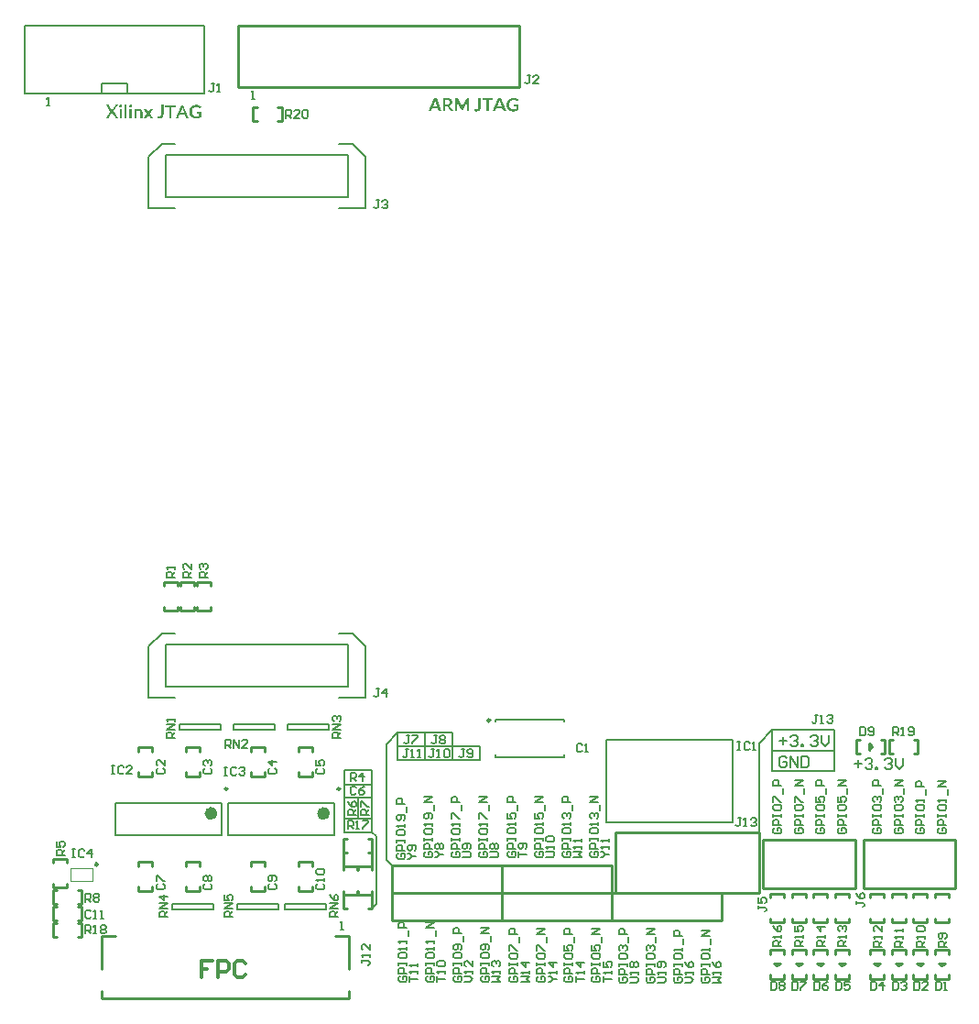
<source format=gto>
%FSLAX25Y25*%
%MOIN*%
G70*
G01*
G75*
%ADD10R,0.03000X0.03000*%
%ADD11R,0.10039X0.08858*%
%ADD12R,0.03000X0.03000*%
%ADD13R,0.01102X0.07087*%
%ADD14R,0.01201X0.05701*%
%ADD15R,0.01673X0.01969*%
%ADD16R,0.00984X0.01969*%
%ADD17R,0.00984X0.04331*%
%ADD18R,0.06693X0.05906*%
%ADD19R,0.01575X0.01969*%
%ADD20C,0.01600*%
%ADD21C,0.01000*%
%ADD22C,0.00800*%
%ADD23C,0.01200*%
%ADD24C,0.03150*%
%ADD25C,0.07087*%
%ADD26R,0.07087X0.07087*%
%ADD27C,0.07087*%
%ADD28R,0.07087X0.07087*%
%ADD29R,0.25000X0.25000*%
%ADD30C,0.06000*%
%ADD31R,0.06000X0.06000*%
%ADD32O,0.04331X0.07087*%
%ADD33C,0.02047*%
%ADD34C,0.02000*%
%ADD35C,0.01800*%
%ADD36C,0.04000*%
%ADD37C,0.05600*%
G04:AMPARAMS|DCode=38|XSize=90.157mil|YSize=90.157mil|CornerRadius=0mil|HoleSize=0mil|Usage=FLASHONLY|Rotation=0.000|XOffset=0mil|YOffset=0mil|HoleType=Round|Shape=Relief|Width=10mil|Gap=15mil|Entries=4|*
%AMTHD38*
7,0,0,0.09016,0.06016,0.01000,45*
%
%ADD38THD38*%
%ADD39C,0.05616*%
%ADD40C,0.05616*%
%ADD41C,0.14100*%
G04:AMPARAMS|DCode=42|XSize=80mil|YSize=80mil|CornerRadius=0mil|HoleSize=0mil|Usage=FLASHONLY|Rotation=0.000|XOffset=0mil|YOffset=0mil|HoleType=Round|Shape=Relief|Width=10mil|Gap=15mil|Entries=4|*
%AMTHD42*
7,0,0,0.08000,0.05000,0.01000,45*
%
%ADD42THD42*%
%ADD43C,0.04600*%
%ADD44C,0.03962*%
G04:AMPARAMS|DCode=45|XSize=73.622mil|YSize=73.622mil|CornerRadius=0mil|HoleSize=0mil|Usage=FLASHONLY|Rotation=0.000|XOffset=0mil|YOffset=0mil|HoleType=Round|Shape=Relief|Width=10mil|Gap=15mil|Entries=4|*
%AMTHD45*
7,0,0,0.07362,0.04362,0.01000,45*
%
%ADD45THD45*%
%ADD46C,0.02387*%
%ADD47C,0.02191*%
%ADD48C,0.00984*%
%ADD49C,0.02362*%
%ADD50C,0.00900*%
%ADD51C,0.00787*%
%ADD52C,0.00394*%
%ADD53C,0.00700*%
%ADD54C,0.01181*%
G36*
X178513Y327362D02*
X178573D01*
X178713Y327347D01*
X178869Y327325D01*
X179039Y327295D01*
X179209Y327251D01*
X179379Y327192D01*
X179387D01*
X179401Y327184D01*
X179424Y327177D01*
X179453Y327162D01*
X179535Y327118D01*
X179638Y327066D01*
X179749Y326999D01*
X179875Y326925D01*
X180001Y326836D01*
X180119Y326733D01*
X179853Y326333D01*
Y326326D01*
X179838Y326311D01*
X179801Y326274D01*
X179734Y326230D01*
X179697Y326215D01*
X179653Y326207D01*
X179638D01*
X179601Y326215D01*
X179549Y326230D01*
X179490Y326259D01*
X179483D01*
X179475Y326274D01*
X179453Y326281D01*
X179424Y326304D01*
X179350Y326341D01*
X179268Y326385D01*
X179261D01*
X179246Y326400D01*
X179224Y326407D01*
X179194Y326422D01*
X179120Y326459D01*
X179024Y326496D01*
X179017D01*
X179002Y326503D01*
X178972Y326511D01*
X178935Y326526D01*
X178891Y326533D01*
X178839Y326548D01*
X178721Y326570D01*
X178713D01*
X178691Y326577D01*
X178654Y326585D01*
X178610Y326592D01*
X178550D01*
X178484Y326600D01*
X178336Y326607D01*
X178277D01*
X178210Y326600D01*
X178121Y326592D01*
X178025Y326577D01*
X177914Y326555D01*
X177803Y326526D01*
X177692Y326481D01*
X177677Y326474D01*
X177648Y326459D01*
X177588Y326429D01*
X177522Y326392D01*
X177448Y326348D01*
X177359Y326289D01*
X177278Y326222D01*
X177196Y326141D01*
X177189Y326133D01*
X177167Y326104D01*
X177130Y326052D01*
X177085Y325993D01*
X177033Y325911D01*
X176982Y325823D01*
X176930Y325719D01*
X176885Y325601D01*
X176878Y325586D01*
X176871Y325549D01*
X176848Y325482D01*
X176834Y325401D01*
X176811Y325297D01*
X176789Y325179D01*
X176782Y325046D01*
X176774Y324905D01*
Y324898D01*
Y324890D01*
Y324868D01*
Y324838D01*
X176782Y324757D01*
X176789Y324661D01*
X176804Y324542D01*
X176826Y324417D01*
X176856Y324291D01*
X176893Y324165D01*
X176900Y324150D01*
X176915Y324113D01*
X176945Y324047D01*
X176982Y323973D01*
X177026Y323884D01*
X177078Y323795D01*
X177144Y323699D01*
X177218Y323610D01*
X177226Y323603D01*
X177255Y323573D01*
X177300Y323536D01*
X177359Y323484D01*
X177433Y323432D01*
X177514Y323373D01*
X177611Y323321D01*
X177714Y323270D01*
X177729Y323262D01*
X177766Y323255D01*
X177825Y323233D01*
X177907Y323218D01*
X178003Y323196D01*
X178106Y323173D01*
X178225Y323166D01*
X178351Y323159D01*
X178462D01*
X178528Y323166D01*
X178610Y323173D01*
X178698Y323181D01*
X178787Y323196D01*
X178876Y323210D01*
X178883D01*
X178913Y323218D01*
X178957Y323233D01*
X179017Y323247D01*
X179083Y323270D01*
X179157Y323292D01*
X179305Y323358D01*
Y324246D01*
X178691D01*
X178654Y324254D01*
X178610Y324269D01*
X178565Y324291D01*
X178558Y324298D01*
X178543Y324328D01*
X178528Y324365D01*
X178521Y324409D01*
Y324920D01*
X180119D01*
Y322959D01*
X180112Y322951D01*
X180090Y322937D01*
X180053Y322914D01*
X180001Y322877D01*
X179942Y322848D01*
X179882Y322803D01*
X179734Y322729D01*
X179727Y322722D01*
X179697Y322715D01*
X179660Y322692D01*
X179609Y322670D01*
X179549Y322648D01*
X179475Y322618D01*
X179313Y322567D01*
X179305D01*
X179276Y322559D01*
X179231Y322544D01*
X179172Y322537D01*
X179098Y322522D01*
X179017Y322507D01*
X178928Y322493D01*
X178832Y322478D01*
X178817D01*
X178787Y322470D01*
X178735D01*
X178669Y322463D01*
X178587Y322456D01*
X178491D01*
X178395Y322448D01*
X178195D01*
X178151Y322456D01*
X178092D01*
X177966Y322470D01*
X177810Y322493D01*
X177648Y322522D01*
X177477Y322567D01*
X177307Y322626D01*
X177300D01*
X177285Y322633D01*
X177263Y322648D01*
X177233Y322663D01*
X177152Y322700D01*
X177048Y322759D01*
X176930Y322833D01*
X176804Y322922D01*
X176671Y323018D01*
X176545Y323136D01*
Y323144D01*
X176530Y323151D01*
X176493Y323196D01*
X176434Y323262D01*
X176360Y323358D01*
X176279Y323469D01*
X176190Y323603D01*
X176108Y323751D01*
X176034Y323913D01*
Y323921D01*
X176027Y323936D01*
X176020Y323958D01*
X176005Y323995D01*
X175990Y324039D01*
X175975Y324084D01*
X175946Y324209D01*
X175916Y324357D01*
X175886Y324528D01*
X175864Y324713D01*
X175857Y324905D01*
Y324912D01*
Y324927D01*
Y324957D01*
Y324994D01*
X175864Y325046D01*
Y325097D01*
X175879Y325231D01*
X175901Y325386D01*
X175931Y325549D01*
X175975Y325726D01*
X176034Y325897D01*
Y325904D01*
X176042Y325919D01*
X176057Y325941D01*
X176064Y325971D01*
X176108Y326059D01*
X176168Y326170D01*
X176234Y326289D01*
X176323Y326422D01*
X176419Y326555D01*
X176538Y326681D01*
X176545Y326688D01*
X176552Y326696D01*
X176597Y326733D01*
X176663Y326792D01*
X176760Y326866D01*
X176871Y326947D01*
X177004Y327029D01*
X177159Y327110D01*
X177322Y327184D01*
X177329D01*
X177344Y327192D01*
X177366Y327199D01*
X177403Y327214D01*
X177448Y327229D01*
X177500Y327243D01*
X177559Y327258D01*
X177625Y327280D01*
X177781Y327310D01*
X177958Y327340D01*
X178158Y327362D01*
X178365Y327369D01*
X178462D01*
X178513Y327362D01*
D02*
G37*
G36*
X162278Y322500D02*
X161486D01*
Y325608D01*
Y325615D01*
Y325623D01*
Y325667D01*
Y325726D01*
X161493Y325793D01*
Y325800D01*
Y325808D01*
Y325830D01*
X161501Y325860D01*
Y325926D01*
X161508Y326008D01*
X160050Y323277D01*
Y323270D01*
X160043Y323262D01*
X160013Y323225D01*
X159969Y323173D01*
X159917Y323129D01*
X159902Y323122D01*
X159865Y323107D01*
X159806Y323085D01*
X159732Y323077D01*
X159599D01*
X159547Y323085D01*
X159488Y323099D01*
X159421Y323129D01*
X159407Y323136D01*
X159377Y323166D01*
X159340Y323210D01*
X159296Y323277D01*
X157823Y326015D01*
Y326008D01*
Y325993D01*
X157830Y325978D01*
Y325948D01*
X157838Y325874D01*
Y325800D01*
Y325793D01*
Y325786D01*
X157845Y325741D01*
Y325675D01*
Y325608D01*
Y322500D01*
X157053D01*
Y327317D01*
X157801D01*
X157830Y327310D01*
X157860D01*
X157912Y327295D01*
X157919D01*
X157934Y327288D01*
X157978Y327251D01*
X157986Y327243D01*
X158001Y327229D01*
X158015Y327206D01*
X158038Y327169D01*
X159473Y324498D01*
Y324491D01*
X159481Y324476D01*
X159495Y324454D01*
X159510Y324431D01*
X159540Y324357D01*
X159577Y324269D01*
Y324261D01*
X159584Y324246D01*
X159599Y324224D01*
X159606Y324202D01*
X159636Y324128D01*
X159673Y324039D01*
Y324047D01*
X159680Y324061D01*
X159688Y324084D01*
X159703Y324113D01*
X159732Y324195D01*
X159769Y324276D01*
Y324283D01*
X159777Y324298D01*
X159791Y324320D01*
X159799Y324350D01*
X159836Y324417D01*
X159873Y324498D01*
X161301Y327169D01*
X161308Y327177D01*
X161316Y327199D01*
X161338Y327229D01*
X161353Y327251D01*
X161360Y327258D01*
X161375Y327266D01*
X161419Y327295D01*
X161427D01*
X161442Y327303D01*
X161493Y327310D01*
X161501D01*
X161523Y327317D01*
X162278D01*
Y322500D01*
D02*
G37*
G36*
X35794Y320000D02*
X34973D01*
Y323419D01*
X35794D01*
Y320000D01*
D02*
G37*
G36*
X39405D02*
X38584D01*
Y323419D01*
X39405D01*
Y320000D01*
D02*
G37*
G36*
X37600D02*
X36778D01*
Y324951D01*
X37600D01*
Y320000D01*
D02*
G37*
G36*
X154360Y327310D02*
X154478Y327303D01*
X154611Y327295D01*
X154752Y327273D01*
X154893Y327251D01*
X155026Y327214D01*
X155033D01*
X155041Y327206D01*
X155085Y327192D01*
X155152Y327169D01*
X155233Y327140D01*
X155322Y327095D01*
X155418Y327051D01*
X155514Y326992D01*
X155603Y326925D01*
X155610Y326918D01*
X155640Y326896D01*
X155684Y326851D01*
X155729Y326799D01*
X155788Y326733D01*
X155840Y326659D01*
X155892Y326577D01*
X155936Y326481D01*
X155943Y326466D01*
X155951Y326437D01*
X155966Y326385D01*
X155988Y326318D01*
X156010Y326237D01*
X156025Y326141D01*
X156032Y326037D01*
X156040Y325926D01*
Y325919D01*
Y325882D01*
Y325837D01*
X156032Y325778D01*
X156025Y325704D01*
X156010Y325630D01*
X155966Y325467D01*
Y325460D01*
X155951Y325430D01*
X155936Y325393D01*
X155914Y325342D01*
X155884Y325275D01*
X155855Y325208D01*
X155766Y325075D01*
X155758Y325068D01*
X155744Y325046D01*
X155714Y325009D01*
X155677Y324972D01*
X155625Y324920D01*
X155566Y324868D01*
X155507Y324816D01*
X155433Y324764D01*
X155425Y324757D01*
X155396Y324742D01*
X155359Y324720D01*
X155300Y324690D01*
X155233Y324653D01*
X155159Y324616D01*
X155070Y324579D01*
X154981Y324550D01*
X154989Y324542D01*
X155011Y324535D01*
X155041Y324513D01*
X155085Y324483D01*
X155129Y324439D01*
X155174Y324394D01*
X155226Y324343D01*
X155270Y324276D01*
X156476Y322500D01*
X155655D01*
X155603Y322507D01*
X155544Y322522D01*
X155477Y322544D01*
X155462Y322552D01*
X155433Y322574D01*
X155381Y322618D01*
X155337Y322670D01*
X154323Y324217D01*
Y324224D01*
X154315Y324232D01*
X154286Y324269D01*
X154249Y324306D01*
X154197Y324343D01*
X154182Y324350D01*
X154145Y324365D01*
X154086Y324372D01*
X153997Y324380D01*
X153612D01*
Y322500D01*
X152717D01*
Y327317D01*
X154315D01*
X154360Y327310D01*
D02*
G37*
G36*
X152192Y322500D02*
X151481D01*
X151437Y322507D01*
X151370Y322522D01*
X151311Y322552D01*
X151296Y322559D01*
X151267Y322596D01*
X151230Y322641D01*
X151200Y322700D01*
X150837Y323684D01*
X148847D01*
X148484Y322700D01*
X148477Y322685D01*
X148462Y322655D01*
X148432Y322611D01*
X148381Y322559D01*
X148366Y322552D01*
X148329Y322530D01*
X148270Y322507D01*
X148188Y322500D01*
X147493D01*
X149387Y327310D01*
X150305D01*
X152192Y322500D01*
D02*
G37*
G36*
X170840Y326577D02*
X169389D01*
Y322500D01*
X168494D01*
Y326577D01*
X167036D01*
Y327310D01*
X170840D01*
Y326577D01*
D02*
G37*
G36*
X166474Y324209D02*
Y324202D01*
Y324195D01*
Y324172D01*
Y324143D01*
X166466Y324061D01*
X166459Y323965D01*
X166451Y323854D01*
X166429Y323728D01*
X166407Y323603D01*
X166370Y323477D01*
X166363Y323462D01*
X166355Y323425D01*
X166326Y323358D01*
X166296Y323284D01*
X166259Y323196D01*
X166207Y323107D01*
X166148Y323011D01*
X166074Y322922D01*
X166067Y322914D01*
X166037Y322885D01*
X166000Y322840D01*
X165941Y322789D01*
X165867Y322737D01*
X165785Y322678D01*
X165689Y322618D01*
X165578Y322567D01*
X165563Y322559D01*
X165526Y322552D01*
X165467Y322530D01*
X165378Y322507D01*
X165282Y322485D01*
X165164Y322470D01*
X165031Y322456D01*
X164890Y322448D01*
X164779D01*
X164727Y322456D01*
X164668D01*
X164535Y322470D01*
X164527D01*
X164505Y322478D01*
X164468D01*
X164424Y322485D01*
X164372Y322500D01*
X164313Y322507D01*
X164180Y322537D01*
X164224Y323070D01*
Y323085D01*
X164231Y323107D01*
X164246Y323144D01*
X164276Y323181D01*
X164283Y323188D01*
X164313Y323210D01*
X164357Y323225D01*
X164416Y323233D01*
X164461D01*
X164505Y323225D01*
X164564Y323210D01*
X164579D01*
X164601Y323203D01*
X164631D01*
X164705Y323196D01*
X164801Y323188D01*
X164868D01*
X164912Y323196D01*
X165023Y323210D01*
X165134Y323240D01*
X165142D01*
X165156Y323247D01*
X165186Y323262D01*
X165223Y323284D01*
X165297Y323336D01*
X165378Y323410D01*
X165386Y323418D01*
X165393Y323432D01*
X165415Y323462D01*
X165438Y323499D01*
X165460Y323543D01*
X165482Y323595D01*
X165504Y323662D01*
X165526Y323728D01*
Y323736D01*
X165534Y323765D01*
X165541Y323802D01*
X165556Y323862D01*
X165563Y323928D01*
X165571Y324002D01*
X165578Y324091D01*
Y324187D01*
Y327317D01*
X166474D01*
Y324209D01*
D02*
G37*
G36*
X175642Y322500D02*
X174932D01*
X174887Y322507D01*
X174821Y322522D01*
X174762Y322552D01*
X174747Y322559D01*
X174717Y322596D01*
X174680Y322641D01*
X174651Y322700D01*
X174288Y323684D01*
X172297D01*
X171935Y322700D01*
X171927Y322685D01*
X171913Y322655D01*
X171883Y322611D01*
X171831Y322559D01*
X171816Y322552D01*
X171779Y322530D01*
X171720Y322507D01*
X171639Y322500D01*
X170943D01*
X172838Y327310D01*
X173755D01*
X175642Y322500D01*
D02*
G37*
G36*
X42262Y323463D02*
X42328Y323456D01*
X42402Y323448D01*
X42484Y323434D01*
X42573Y323404D01*
X42654Y323374D01*
X42661Y323367D01*
X42691Y323360D01*
X42735Y323337D01*
X42780Y323308D01*
X42839Y323263D01*
X42898Y323219D01*
X42957Y323167D01*
X43017Y323101D01*
X43024Y323093D01*
X43039Y323071D01*
X43068Y323034D01*
X43098Y322990D01*
X43135Y322923D01*
X43172Y322856D01*
X43209Y322782D01*
X43239Y322694D01*
Y322686D01*
X43253Y322649D01*
X43261Y322605D01*
X43276Y322538D01*
X43290Y322464D01*
X43298Y322375D01*
X43313Y322272D01*
Y322168D01*
Y320000D01*
X42491D01*
Y322176D01*
Y322190D01*
Y322227D01*
X42484Y322287D01*
X42476Y322353D01*
X42454Y322427D01*
X42432Y322509D01*
X42395Y322590D01*
X42343Y322657D01*
X42336Y322664D01*
X42314Y322686D01*
X42284Y322716D01*
X42240Y322745D01*
X42180Y322775D01*
X42106Y322805D01*
X42018Y322827D01*
X41914Y322834D01*
X41877D01*
X41840Y322827D01*
X41781Y322819D01*
X41722Y322812D01*
X41655Y322790D01*
X41588Y322768D01*
X41514Y322731D01*
X41507Y322723D01*
X41485Y322716D01*
X41448Y322694D01*
X41403Y322664D01*
X41344Y322627D01*
X41285Y322575D01*
X41226Y322523D01*
X41159Y322464D01*
Y320000D01*
X40338D01*
Y323419D01*
X40863D01*
X40893Y323411D01*
X40922Y323397D01*
X40959Y323382D01*
X40996Y323352D01*
X41026Y323315D01*
X41048Y323263D01*
X41107Y322997D01*
X41115Y323004D01*
X41122Y323012D01*
X41144Y323034D01*
X41174Y323056D01*
X41241Y323115D01*
X41322Y323182D01*
X41329Y323189D01*
X41344Y323197D01*
X41366Y323212D01*
X41396Y323234D01*
X41477Y323286D01*
X41566Y323337D01*
X41574D01*
X41588Y323352D01*
X41618Y323360D01*
X41648Y323374D01*
X41736Y323404D01*
X41840Y323434D01*
X41847D01*
X41870Y323441D01*
X41899Y323448D01*
X41936Y323456D01*
X41988D01*
X42040Y323463D01*
X42166Y323471D01*
X42210D01*
X42262Y323463D01*
D02*
G37*
G36*
X63034Y324862D02*
X63093D01*
X63233Y324847D01*
X63389Y324825D01*
X63559Y324795D01*
X63729Y324751D01*
X63899Y324692D01*
X63907D01*
X63922Y324684D01*
X63944Y324677D01*
X63973Y324662D01*
X64055Y324618D01*
X64158Y324566D01*
X64269Y324499D01*
X64395Y324425D01*
X64521Y324336D01*
X64639Y324233D01*
X64373Y323833D01*
Y323826D01*
X64358Y323811D01*
X64321Y323774D01*
X64255Y323730D01*
X64218Y323715D01*
X64173Y323707D01*
X64158D01*
X64121Y323715D01*
X64070Y323730D01*
X64010Y323759D01*
X64003D01*
X63996Y323774D01*
X63973Y323781D01*
X63944Y323804D01*
X63870Y323841D01*
X63788Y323885D01*
X63781D01*
X63766Y323900D01*
X63744Y323907D01*
X63714Y323922D01*
X63640Y323959D01*
X63544Y323996D01*
X63537D01*
X63522Y324003D01*
X63492Y324011D01*
X63455Y324026D01*
X63411Y324033D01*
X63359Y324048D01*
X63241Y324070D01*
X63233D01*
X63211Y324077D01*
X63174Y324085D01*
X63130Y324092D01*
X63071D01*
X63004Y324100D01*
X62856Y324107D01*
X62797D01*
X62730Y324100D01*
X62641Y324092D01*
X62545Y324077D01*
X62434Y324055D01*
X62323Y324026D01*
X62212Y323981D01*
X62197Y323974D01*
X62168Y323959D01*
X62109Y323929D01*
X62042Y323892D01*
X61968Y323848D01*
X61879Y323789D01*
X61798Y323722D01*
X61716Y323641D01*
X61709Y323633D01*
X61687Y323604D01*
X61650Y323552D01*
X61605Y323493D01*
X61554Y323411D01*
X61502Y323323D01*
X61450Y323219D01*
X61406Y323101D01*
X61398Y323086D01*
X61391Y323049D01*
X61369Y322982D01*
X61354Y322901D01*
X61332Y322797D01*
X61309Y322679D01*
X61302Y322546D01*
X61295Y322405D01*
Y322398D01*
Y322390D01*
Y322368D01*
Y322338D01*
X61302Y322257D01*
X61309Y322161D01*
X61324Y322042D01*
X61346Y321917D01*
X61376Y321791D01*
X61413Y321665D01*
X61420Y321650D01*
X61435Y321613D01*
X61465Y321547D01*
X61502Y321473D01*
X61546Y321384D01*
X61598Y321295D01*
X61665Y321199D01*
X61739Y321110D01*
X61746Y321103D01*
X61776Y321073D01*
X61820Y321036D01*
X61879Y320984D01*
X61953Y320932D01*
X62035Y320873D01*
X62131Y320821D01*
X62234Y320770D01*
X62249Y320762D01*
X62286Y320755D01*
X62345Y320733D01*
X62427Y320718D01*
X62523Y320696D01*
X62627Y320673D01*
X62745Y320666D01*
X62871Y320659D01*
X62982D01*
X63048Y320666D01*
X63130Y320673D01*
X63219Y320681D01*
X63307Y320696D01*
X63396Y320710D01*
X63404D01*
X63433Y320718D01*
X63478Y320733D01*
X63537Y320747D01*
X63603Y320770D01*
X63677Y320792D01*
X63825Y320858D01*
Y321746D01*
X63211D01*
X63174Y321754D01*
X63130Y321769D01*
X63085Y321791D01*
X63078Y321798D01*
X63063Y321828D01*
X63048Y321865D01*
X63041Y321909D01*
Y322420D01*
X64639D01*
Y320459D01*
X64632Y320451D01*
X64610Y320437D01*
X64573Y320414D01*
X64521Y320377D01*
X64462Y320348D01*
X64403Y320303D01*
X64255Y320229D01*
X64247Y320222D01*
X64218Y320215D01*
X64181Y320192D01*
X64129Y320170D01*
X64070Y320148D01*
X63996Y320118D01*
X63833Y320067D01*
X63825D01*
X63796Y320059D01*
X63751Y320044D01*
X63692Y320037D01*
X63618Y320022D01*
X63537Y320007D01*
X63448Y319993D01*
X63352Y319978D01*
X63337D01*
X63307Y319970D01*
X63256D01*
X63189Y319963D01*
X63108Y319956D01*
X63011D01*
X62915Y319948D01*
X62715D01*
X62671Y319956D01*
X62612D01*
X62486Y319970D01*
X62331Y319993D01*
X62168Y320022D01*
X61998Y320067D01*
X61827Y320126D01*
X61820D01*
X61805Y320133D01*
X61783Y320148D01*
X61753Y320163D01*
X61672Y320200D01*
X61568Y320259D01*
X61450Y320333D01*
X61324Y320422D01*
X61191Y320518D01*
X61065Y320636D01*
Y320644D01*
X61050Y320651D01*
X61013Y320696D01*
X60954Y320762D01*
X60880Y320858D01*
X60799Y320969D01*
X60710Y321103D01*
X60629Y321251D01*
X60555Y321413D01*
Y321421D01*
X60547Y321436D01*
X60540Y321458D01*
X60525Y321495D01*
X60510Y321539D01*
X60495Y321584D01*
X60466Y321709D01*
X60436Y321857D01*
X60407Y322028D01*
X60384Y322213D01*
X60377Y322405D01*
Y322412D01*
Y322427D01*
Y322457D01*
Y322494D01*
X60384Y322546D01*
Y322597D01*
X60399Y322731D01*
X60421Y322886D01*
X60451Y323049D01*
X60495Y323226D01*
X60555Y323397D01*
Y323404D01*
X60562Y323419D01*
X60577Y323441D01*
X60584Y323471D01*
X60629Y323559D01*
X60688Y323670D01*
X60754Y323789D01*
X60843Y323922D01*
X60939Y324055D01*
X61058Y324181D01*
X61065Y324188D01*
X61073Y324196D01*
X61117Y324233D01*
X61184Y324292D01*
X61280Y324366D01*
X61391Y324447D01*
X61524Y324529D01*
X61679Y324610D01*
X61842Y324684D01*
X61850D01*
X61864Y324692D01*
X61887Y324699D01*
X61924Y324714D01*
X61968Y324729D01*
X62020Y324743D01*
X62079Y324758D01*
X62146Y324780D01*
X62301Y324810D01*
X62479Y324840D01*
X62678Y324862D01*
X62886Y324869D01*
X62982D01*
X63034Y324862D01*
D02*
G37*
G36*
X32849Y322509D02*
X34440Y320000D01*
X33530D01*
X33493Y320007D01*
X33448Y320022D01*
X33397Y320044D01*
X33389Y320052D01*
X33367Y320074D01*
X33337Y320104D01*
X33308Y320148D01*
X32190Y321998D01*
Y321991D01*
X32183Y321968D01*
X32161Y321917D01*
Y321909D01*
X32153Y321902D01*
X32131Y321857D01*
X31058Y320148D01*
X31051Y320141D01*
X31036Y320118D01*
X31006Y320081D01*
X30969Y320044D01*
X30962Y320037D01*
X30932Y320022D01*
X30888Y320007D01*
X30836Y320000D01*
X30000D01*
X31598Y322472D01*
X30067Y324817D01*
X31014D01*
X31051Y324803D01*
X31088Y324788D01*
X31095Y324780D01*
X31117Y324773D01*
X31140Y324743D01*
X31169Y324706D01*
X32264Y322938D01*
Y322945D01*
X32272Y322967D01*
X32301Y323019D01*
X32309Y323027D01*
X32316Y323049D01*
X32331Y323078D01*
X32346Y323108D01*
X33352Y324692D01*
Y324699D01*
X33367Y324714D01*
X33404Y324758D01*
X33463Y324795D01*
X33500Y324810D01*
X33537Y324817D01*
X34396D01*
X32849Y322509D01*
D02*
G37*
G36*
X46028Y321798D02*
X47205Y320000D01*
X46398D01*
X46361Y320007D01*
X46310Y320022D01*
X46265Y320044D01*
X46258Y320052D01*
X46236Y320074D01*
X46206Y320104D01*
X46176Y320148D01*
X45451Y321339D01*
Y321332D01*
X45444Y321317D01*
X45436Y321295D01*
X45429Y321273D01*
X45399Y321206D01*
X45362Y321140D01*
X44726Y320148D01*
X44719Y320141D01*
X44704Y320118D01*
X44674Y320081D01*
X44637Y320044D01*
X44630Y320037D01*
X44600Y320022D01*
X44556Y320007D01*
X44504Y320000D01*
X43764D01*
X44933Y321761D01*
X43816Y323419D01*
X44659D01*
X44704Y323404D01*
X44741Y323389D01*
X44748Y323382D01*
X44770Y323374D01*
X44793Y323345D01*
X44815Y323308D01*
X45533Y322168D01*
Y322176D01*
X45540Y322198D01*
X45555Y322235D01*
X45570Y322272D01*
X45577Y322279D01*
X45592Y322309D01*
X45614Y322346D01*
X45636Y322390D01*
X46213Y323293D01*
X46221Y323300D01*
X46236Y323330D01*
X46265Y323352D01*
X46295Y323382D01*
X46302Y323389D01*
X46324Y323404D01*
X46354Y323411D01*
X46398Y323419D01*
X47153D01*
X46028Y321798D01*
D02*
G37*
G36*
X35454Y324936D02*
X35520Y324928D01*
X35594Y324899D01*
X35602D01*
X35609Y324891D01*
X35654Y324869D01*
X35705Y324832D01*
X35757Y324780D01*
X35772Y324766D01*
X35802Y324736D01*
X35839Y324684D01*
X35876Y324618D01*
Y324610D01*
X35883Y324603D01*
X35898Y324558D01*
X35913Y324492D01*
X35920Y324410D01*
Y324403D01*
Y324396D01*
X35913Y324344D01*
X35905Y324285D01*
X35876Y324211D01*
Y324203D01*
X35868Y324196D01*
X35846Y324159D01*
X35809Y324107D01*
X35757Y324048D01*
X35742Y324040D01*
X35713Y324011D01*
X35661Y323974D01*
X35594Y323937D01*
X35587D01*
X35580Y323929D01*
X35535Y323922D01*
X35469Y323907D01*
X35387Y323900D01*
X35372D01*
X35321Y323907D01*
X35261Y323915D01*
X35187Y323937D01*
X35180D01*
X35173Y323944D01*
X35128Y323966D01*
X35076Y324003D01*
X35017Y324048D01*
X35010Y324063D01*
X34980Y324100D01*
X34943Y324151D01*
X34906Y324211D01*
Y324218D01*
X34899Y324225D01*
X34891Y324270D01*
X34877Y324336D01*
X34869Y324410D01*
Y324418D01*
Y324433D01*
Y324447D01*
X34877Y324477D01*
X34884Y324544D01*
X34906Y324618D01*
Y324625D01*
X34914Y324632D01*
X34936Y324677D01*
X34973Y324729D01*
X35017Y324780D01*
X35032Y324795D01*
X35069Y324825D01*
X35121Y324862D01*
X35187Y324899D01*
X35195D01*
X35202Y324906D01*
X35247Y324921D01*
X35313Y324936D01*
X35387Y324943D01*
X35424D01*
X35454Y324936D01*
D02*
G37*
G36*
X60162Y320000D02*
X59452D01*
X59408Y320007D01*
X59341Y320022D01*
X59282Y320052D01*
X59267Y320059D01*
X59237Y320096D01*
X59200Y320141D01*
X59171Y320200D01*
X58808Y321184D01*
X56818D01*
X56455Y320200D01*
X56448Y320185D01*
X56433Y320155D01*
X56403Y320111D01*
X56351Y320059D01*
X56337Y320052D01*
X56300Y320030D01*
X56240Y320007D01*
X56159Y320000D01*
X55463D01*
X57358Y324810D01*
X58275D01*
X60162Y320000D01*
D02*
G37*
G36*
X55360Y324077D02*
X53909D01*
Y320000D01*
X53014D01*
Y324077D01*
X51556D01*
Y324810D01*
X55360D01*
Y324077D01*
D02*
G37*
G36*
X39065Y324936D02*
X39132Y324928D01*
X39206Y324899D01*
X39213D01*
X39220Y324891D01*
X39265Y324869D01*
X39317Y324832D01*
X39368Y324780D01*
X39383Y324766D01*
X39413Y324736D01*
X39450Y324684D01*
X39487Y324618D01*
Y324610D01*
X39494Y324603D01*
X39509Y324558D01*
X39524Y324492D01*
X39531Y324410D01*
Y324403D01*
Y324396D01*
X39524Y324344D01*
X39516Y324285D01*
X39487Y324211D01*
Y324203D01*
X39479Y324196D01*
X39457Y324159D01*
X39420Y324107D01*
X39368Y324048D01*
X39354Y324040D01*
X39324Y324011D01*
X39272Y323974D01*
X39206Y323937D01*
X39198D01*
X39191Y323929D01*
X39146Y323922D01*
X39080Y323907D01*
X38998Y323900D01*
X38984D01*
X38932Y323907D01*
X38873Y323915D01*
X38799Y323937D01*
X38791D01*
X38784Y323944D01*
X38739Y323966D01*
X38688Y324003D01*
X38628Y324048D01*
X38621Y324063D01*
X38591Y324100D01*
X38554Y324151D01*
X38517Y324211D01*
Y324218D01*
X38510Y324225D01*
X38503Y324270D01*
X38488Y324336D01*
X38480Y324410D01*
Y324418D01*
Y324433D01*
Y324447D01*
X38488Y324477D01*
X38495Y324544D01*
X38517Y324618D01*
Y324625D01*
X38525Y324632D01*
X38547Y324677D01*
X38584Y324729D01*
X38628Y324780D01*
X38643Y324795D01*
X38680Y324825D01*
X38732Y324862D01*
X38799Y324899D01*
X38806D01*
X38813Y324906D01*
X38858Y324921D01*
X38924Y324936D01*
X38998Y324943D01*
X39035D01*
X39065Y324936D01*
D02*
G37*
G36*
X50994Y321709D02*
Y321702D01*
Y321695D01*
Y321672D01*
Y321643D01*
X50986Y321561D01*
X50979Y321465D01*
X50972Y321354D01*
X50949Y321228D01*
X50927Y321103D01*
X50890Y320977D01*
X50883Y320962D01*
X50875Y320925D01*
X50846Y320858D01*
X50816Y320784D01*
X50779Y320696D01*
X50727Y320607D01*
X50668Y320511D01*
X50594Y320422D01*
X50587Y320414D01*
X50557Y320385D01*
X50520Y320340D01*
X50461Y320289D01*
X50387Y320237D01*
X50306Y320178D01*
X50209Y320118D01*
X50098Y320067D01*
X50084Y320059D01*
X50047Y320052D01*
X49987Y320030D01*
X49899Y320007D01*
X49802Y319985D01*
X49684Y319970D01*
X49551Y319956D01*
X49410Y319948D01*
X49299D01*
X49247Y319956D01*
X49188D01*
X49055Y319970D01*
X49048D01*
X49025Y319978D01*
X48988D01*
X48944Y319985D01*
X48892Y320000D01*
X48833Y320007D01*
X48700Y320037D01*
X48744Y320570D01*
Y320585D01*
X48752Y320607D01*
X48766Y320644D01*
X48796Y320681D01*
X48803Y320688D01*
X48833Y320710D01*
X48877Y320725D01*
X48937Y320733D01*
X48981D01*
X49025Y320725D01*
X49085Y320710D01*
X49099D01*
X49122Y320703D01*
X49151D01*
X49225Y320696D01*
X49321Y320688D01*
X49388D01*
X49432Y320696D01*
X49543Y320710D01*
X49654Y320740D01*
X49662D01*
X49677Y320747D01*
X49706Y320762D01*
X49743Y320784D01*
X49817Y320836D01*
X49899Y320910D01*
X49906Y320918D01*
X49913Y320932D01*
X49936Y320962D01*
X49958Y320999D01*
X49980Y321043D01*
X50002Y321095D01*
X50024Y321162D01*
X50047Y321228D01*
Y321236D01*
X50054Y321265D01*
X50061Y321302D01*
X50076Y321362D01*
X50084Y321428D01*
X50091Y321502D01*
X50098Y321591D01*
Y321687D01*
Y324817D01*
X50994D01*
Y321709D01*
D02*
G37*
%LPC*%
G36*
X154190Y326622D02*
X153612D01*
Y325023D01*
X154264D01*
X154323Y325031D01*
X154389Y325038D01*
X154463Y325046D01*
X154611Y325083D01*
X154619D01*
X154641Y325097D01*
X154678Y325112D01*
X154722Y325127D01*
X154826Y325186D01*
X154922Y325260D01*
X154930Y325268D01*
X154944Y325282D01*
X154967Y325305D01*
X154996Y325334D01*
X155055Y325416D01*
X155107Y325519D01*
Y325527D01*
X155115Y325549D01*
X155129Y325578D01*
X155137Y325623D01*
X155152Y325667D01*
X155159Y325726D01*
X155166Y325860D01*
Y325867D01*
Y325874D01*
Y325919D01*
X155152Y325985D01*
X155137Y326067D01*
X155107Y326156D01*
X155063Y326252D01*
X155004Y326341D01*
X154922Y326422D01*
X154915Y326429D01*
X154878Y326452D01*
X154819Y326489D01*
X154745Y326526D01*
X154641Y326555D01*
X154515Y326592D01*
X154367Y326614D01*
X154190Y326622D01*
D02*
G37*
G36*
X57809Y323981D02*
Y323974D01*
X57802Y323952D01*
X57794Y323922D01*
X57780Y323878D01*
X57750Y323774D01*
X57720Y323663D01*
Y323656D01*
X57713Y323641D01*
X57706Y323611D01*
X57691Y323574D01*
X57661Y323493D01*
X57632Y323404D01*
X57047Y321813D01*
X58579D01*
X57994Y323411D01*
Y323419D01*
X57987Y323434D01*
X57979Y323456D01*
X57972Y323485D01*
X57942Y323559D01*
X57905Y323663D01*
Y323670D01*
X57898Y323693D01*
X57891Y323722D01*
X57876Y323759D01*
X57861Y323804D01*
X57846Y323863D01*
X57809Y323981D01*
D02*
G37*
G36*
X149838Y326481D02*
Y326474D01*
X149831Y326452D01*
X149824Y326422D01*
X149809Y326378D01*
X149779Y326274D01*
X149750Y326163D01*
Y326156D01*
X149742Y326141D01*
X149735Y326111D01*
X149720Y326074D01*
X149690Y325993D01*
X149661Y325904D01*
X149076Y324313D01*
X150608D01*
X150023Y325911D01*
Y325919D01*
X150016Y325934D01*
X150009Y325956D01*
X150001Y325985D01*
X149972Y326059D01*
X149935Y326163D01*
Y326170D01*
X149927Y326193D01*
X149920Y326222D01*
X149905Y326259D01*
X149890Y326304D01*
X149875Y326363D01*
X149838Y326481D01*
D02*
G37*
G36*
X173289D02*
Y326474D01*
X173282Y326452D01*
X173274Y326422D01*
X173259Y326378D01*
X173230Y326274D01*
X173200Y326163D01*
Y326156D01*
X173193Y326141D01*
X173185Y326111D01*
X173171Y326074D01*
X173141Y325993D01*
X173111Y325904D01*
X172527Y324313D01*
X174059D01*
X173474Y325911D01*
Y325919D01*
X173467Y325934D01*
X173459Y325956D01*
X173452Y325985D01*
X173422Y326059D01*
X173385Y326163D01*
Y326170D01*
X173378Y326193D01*
X173370Y326222D01*
X173356Y326259D01*
X173341Y326304D01*
X173326Y326363D01*
X173289Y326481D01*
D02*
G37*
%LPD*%
D21*
X307862Y92681D02*
X308650Y91500D01*
X307862Y90319D02*
X308650Y91500D01*
X307862Y90319D02*
Y92681D01*
X334274Y11929D02*
X335455Y12717D01*
X333093D02*
X334274Y11929D01*
X333093Y12717D02*
X335455D01*
X326400Y11929D02*
X327581Y12717D01*
X325219D02*
X326400Y11929D01*
X325219Y12717D02*
X327581D01*
X318526Y11929D02*
X319707Y12717D01*
X317345D02*
X318526Y11929D01*
X317345Y12717D02*
X319707D01*
X310652Y11929D02*
X311833Y12717D01*
X309471D02*
X310652Y11929D01*
X309471Y12717D02*
X311833D01*
X297904Y11929D02*
X299085Y12717D01*
X296723D02*
X297904Y11929D01*
X296723Y12717D02*
X299085D01*
X290030Y11929D02*
X291211Y12717D01*
X288849D02*
X290030Y11929D01*
X288849Y12717D02*
X291211D01*
X282156Y11929D02*
X283337Y12717D01*
X280975D02*
X282156Y11929D01*
X280975Y12717D02*
X283337D01*
X274282Y11929D02*
X275463Y12717D01*
X273101D02*
X274282Y11929D01*
X273101Y12717D02*
X275463D01*
X78158Y353502D02*
X180600D01*
Y331416D02*
Y353502D01*
X78158Y331416D02*
X180600D01*
X78158D02*
Y353502D01*
X214100Y38300D02*
X254100D01*
Y28300D02*
Y38300D01*
X214100Y28300D02*
X254100D01*
X214100D02*
Y38300D01*
X174100Y38300D02*
X214100D01*
Y28300D02*
Y38300D01*
X174100Y28300D02*
X214100D01*
X174100D02*
Y38300D01*
X134100Y38300D02*
X174100D01*
Y28300D02*
Y38300D01*
X134100Y28300D02*
X174100D01*
X134100D02*
Y38300D01*
Y48300D02*
X174100D01*
Y38300D02*
Y48300D01*
X134100Y38300D02*
X174100D01*
X134100D02*
Y48300D01*
X174100Y38300D02*
Y48300D01*
Y38300D02*
X214100D01*
X174100Y48300D02*
X214100D01*
Y38300D02*
Y48300D01*
X118463Y13D02*
Y2513D01*
X28462Y13D02*
X118463D01*
X28462D02*
Y2513D01*
X113463Y22513D02*
X118463D01*
Y22013D02*
Y22513D01*
Y10513D02*
Y22013D01*
X28462Y10513D02*
Y22513D01*
X33463D01*
X305652Y57500D02*
X339038D01*
Y40000D02*
Y57500D01*
X305652Y40000D02*
X339038D01*
X305652D02*
Y57500D01*
X269282D02*
X302668D01*
Y40000D02*
Y57500D01*
X269282Y40000D02*
X302668D01*
X269282D02*
Y57500D01*
X215358Y38316D02*
Y60402D01*
Y38316D02*
X267800D01*
Y60402D01*
X215358D02*
X267800D01*
D48*
X169832Y101094D02*
G03*
X169832Y101094I-492J0D01*
G01*
X74273Y76151D02*
G03*
X74273Y76151I-492J0D01*
G01*
X115217D02*
G03*
X115217Y76151I-492J0D01*
G01*
X27041Y48680D02*
G03*
X27041Y48680I-492J0D01*
G01*
D49*
X69450Y67194D02*
G03*
X69450Y67194I-1181J0D01*
G01*
X110394D02*
G03*
X110394Y67194I-1181J0D01*
G01*
D50*
X83484Y319000D02*
Y324000D01*
X84984D01*
X83484Y319000D02*
X84984D01*
X93984D02*
Y324000D01*
X92484D02*
X93984D01*
X92484Y319000D02*
X93984D01*
X41800Y91300D02*
X46800D01*
Y89800D02*
Y91300D01*
X41800Y89800D02*
Y91300D01*
Y80800D02*
X46800D01*
Y80800D02*
Y82300D01*
X41800Y80800D02*
Y82300D01*
X325500Y89000D02*
Y94000D01*
X324000Y89000D02*
X325500D01*
X324000Y94000D02*
X325500D01*
X315000Y89000D02*
Y94000D01*
X315000Y89000D02*
X316500D01*
X315000Y94000D02*
X316500D01*
X331774Y27551D02*
X336774D01*
X331774D02*
Y29051D01*
X336774Y27551D02*
Y29051D01*
X331774Y38051D02*
X336774D01*
X331774Y36551D02*
Y38051D01*
X336774Y36551D02*
Y38051D01*
X323900Y27551D02*
X328900D01*
X323900D02*
Y29051D01*
X328900Y27551D02*
Y29051D01*
X323900Y38051D02*
X328900D01*
X323900Y36551D02*
Y38051D01*
X328900Y36551D02*
Y38051D01*
X316026Y27551D02*
X321026D01*
X316026D02*
Y29051D01*
X321026Y27551D02*
Y29051D01*
X316026Y38051D02*
X321026D01*
X316026Y36551D02*
Y38051D01*
X321026Y36551D02*
Y38051D01*
X308152Y27551D02*
X313152D01*
X308152D02*
Y29051D01*
X313152Y27551D02*
Y29051D01*
X308152Y38051D02*
X313152D01*
X308152Y36551D02*
Y38051D01*
X313152Y36551D02*
Y38051D01*
X295404Y27551D02*
X300404D01*
X295404D02*
Y29051D01*
X300404Y27551D02*
Y29051D01*
X295404Y38051D02*
X300404D01*
X295404Y36551D02*
Y38051D01*
X300404Y36551D02*
Y38051D01*
X287530Y27551D02*
X292530D01*
X287530D02*
Y29051D01*
X292530Y27551D02*
Y29051D01*
X287530Y38051D02*
X292530D01*
X287530Y36551D02*
Y38051D01*
X292530Y36551D02*
Y38051D01*
X279656Y27551D02*
X284656D01*
X279656D02*
Y29051D01*
X284656Y27551D02*
Y29051D01*
X279656Y38051D02*
X284656D01*
X279656Y36551D02*
Y38051D01*
X284656Y36551D02*
Y38051D01*
X271782Y27551D02*
X276782D01*
X271782D02*
Y29051D01*
X276782Y27551D02*
Y29051D01*
X271782Y38051D02*
X276782D01*
X271782Y36551D02*
Y38051D01*
X276782Y36551D02*
Y38051D01*
X57100Y140900D02*
X62100D01*
X57100D02*
Y142400D01*
X62100Y140900D02*
Y142400D01*
X57100Y151400D02*
X62100D01*
X57100Y149900D02*
Y151400D01*
X62100Y149900D02*
Y151400D01*
X51000Y140900D02*
X56000D01*
X51000D02*
Y142400D01*
X56000Y140900D02*
Y142400D01*
X51000Y151400D02*
X56000D01*
X51000Y149900D02*
Y151400D01*
X56000Y149900D02*
Y151400D01*
X126813Y32613D02*
Y37613D01*
X125313Y32613D02*
X126813D01*
X125313Y37613D02*
X126813D01*
X116313Y32613D02*
Y37613D01*
X116313Y32613D02*
X117813D01*
X116313Y37613D02*
X117813D01*
X121813Y48113D02*
X126813D01*
Y46613D02*
Y48113D01*
X121813Y46613D02*
Y48113D01*
Y37613D02*
X126813D01*
Y37613D02*
Y39113D01*
X121813Y37613D02*
Y39113D01*
X116313Y48113D02*
X121313D01*
Y46613D02*
Y48113D01*
X116313Y46613D02*
Y48113D01*
Y37613D02*
X121313D01*
Y37613D02*
Y39113D01*
X116313Y37613D02*
Y39113D01*
X126813Y53113D02*
Y58113D01*
X125313Y53113D02*
X126813D01*
X125313Y58113D02*
X126813D01*
X116313Y53113D02*
Y58113D01*
X116313Y53113D02*
X117813D01*
X116313Y58113D02*
X117813D01*
X10678Y34200D02*
Y39200D01*
X12178D01*
X10678Y34200D02*
X12178D01*
X21178D02*
Y39200D01*
X19678D02*
X21178D01*
X19678Y34200D02*
X21178D01*
X21178Y22200D02*
Y27200D01*
X19678Y22200D02*
X21178D01*
X19678Y27200D02*
X21178D01*
X10678Y22200D02*
Y27200D01*
X10678Y22200D02*
X12178D01*
X10678Y27200D02*
X12178D01*
X63162Y140900D02*
X68162D01*
X63162D02*
Y142400D01*
X68162Y140900D02*
Y142400D01*
X63162Y151400D02*
X68162D01*
X63162Y149900D02*
Y151400D01*
X68162Y149900D02*
Y151400D01*
X10778Y40200D02*
X15778D01*
X10778D02*
Y41700D01*
X15778Y40200D02*
Y41700D01*
X10778Y50700D02*
X15778D01*
X10778Y49200D02*
Y50700D01*
X15778Y49200D02*
Y50700D01*
X303000Y89000D02*
X304500D01*
X303000D02*
Y94000D01*
X304500D01*
X312000Y89000D02*
X313500D01*
Y94000D01*
X312000D02*
X313500D01*
X331774Y16079D02*
Y17579D01*
X336774D01*
Y16079D02*
Y17579D01*
X331774Y7079D02*
Y8579D01*
Y7079D02*
X336774D01*
Y8579D01*
X323900Y16079D02*
Y17579D01*
X328900D01*
Y16079D02*
Y17579D01*
X323900Y7079D02*
Y8579D01*
Y7079D02*
X328900D01*
Y8579D01*
X316026Y16079D02*
Y17579D01*
X321026D01*
Y16079D02*
Y17579D01*
X316026Y7079D02*
Y8579D01*
Y7079D02*
X321026D01*
Y8579D01*
X308152Y16079D02*
Y17579D01*
X313152D01*
Y16079D02*
Y17579D01*
X308152Y7079D02*
Y8579D01*
Y7079D02*
X313152D01*
Y8579D01*
X295404Y16079D02*
Y17579D01*
X300404D01*
Y16079D02*
Y17579D01*
X295404Y7079D02*
Y8579D01*
Y7079D02*
X300404D01*
Y8579D01*
X287530Y16079D02*
Y17579D01*
X292530D01*
Y16079D02*
Y17579D01*
X287530Y7079D02*
Y8579D01*
Y7079D02*
X292530D01*
Y8579D01*
X279656Y16079D02*
Y17579D01*
X284656D01*
Y16079D02*
Y17579D01*
X279656Y7079D02*
Y8579D01*
Y7079D02*
X284656D01*
Y8579D01*
X271782Y16079D02*
Y17579D01*
X276782D01*
Y16079D02*
Y17579D01*
X271782Y7079D02*
Y8579D01*
Y7079D02*
X276782D01*
Y8579D01*
X126813Y48113D02*
Y53113D01*
X125313Y48113D02*
X126813D01*
X125313Y53113D02*
X126813D01*
X116313Y48113D02*
Y53113D01*
X116313Y48113D02*
X117813D01*
X116313Y53113D02*
X117813D01*
X21178Y28200D02*
Y33200D01*
X19678Y28200D02*
X21178D01*
X19678Y33200D02*
X21178D01*
X10678Y28200D02*
Y33200D01*
X10678Y28200D02*
X12178D01*
X10678Y33200D02*
X12178D01*
X59100Y39000D02*
X64100D01*
X59100D02*
Y40500D01*
X64100Y39000D02*
Y40500D01*
X59100Y49500D02*
X64100D01*
X59100Y48000D02*
Y49500D01*
X64100Y48000D02*
Y49500D01*
X41800Y39000D02*
X46800D01*
X41800D02*
Y40500D01*
X46800Y39000D02*
Y40500D01*
X41800Y49500D02*
X46800D01*
X41800Y48000D02*
Y49500D01*
X46800Y48000D02*
Y49500D01*
X100000Y39000D02*
X105000D01*
X100000D02*
Y40500D01*
X105000Y39000D02*
Y40500D01*
X100000Y49500D02*
X105000D01*
X100000Y48000D02*
Y49500D01*
X105000Y48000D02*
Y49500D01*
X82700Y39000D02*
X87700D01*
X82700D02*
Y40500D01*
X87700Y39000D02*
Y40500D01*
X82700Y49500D02*
X87700D01*
X82700Y48000D02*
Y49500D01*
X87700Y48000D02*
Y49500D01*
X82700Y91200D02*
X87700D01*
Y89700D02*
Y91200D01*
X82700Y89700D02*
Y91200D01*
Y80700D02*
X87700D01*
Y80700D02*
Y82200D01*
X82700Y80700D02*
Y82200D01*
X100100Y91200D02*
X105100D01*
Y89700D02*
Y91200D01*
X100100Y89700D02*
Y91200D01*
Y80700D02*
X105100D01*
Y80700D02*
Y82200D01*
X100100Y80700D02*
Y82200D01*
X59100Y80800D02*
Y82300D01*
Y80800D02*
X64100D01*
X59100Y89800D02*
Y91300D01*
X64100D01*
Y80800D02*
Y82300D01*
Y89800D02*
Y91300D01*
D51*
X272500Y90000D02*
X295000D01*
X126713Y32600D02*
X128313Y34200D01*
X126813Y77800D02*
Y83000D01*
X116813D02*
X126813D01*
X116813Y77800D02*
Y83000D01*
X126813Y72913D02*
Y77500D01*
X116813Y77800D02*
X126813D01*
X116813Y72913D02*
Y77500D01*
X126813Y65413D02*
Y72913D01*
Y60413D02*
Y65413D01*
X132000Y50400D02*
X134100Y48300D01*
X132000Y50400D02*
Y54000D01*
X196702Y87610D02*
Y88496D01*
X171898Y87610D02*
Y88496D01*
X196702Y100504D02*
Y101390D01*
X171898Y100504D02*
Y101390D01*
Y87610D02*
X196702D01*
X171898Y101390D02*
X196702D01*
X33623Y59320D02*
Y71131D01*
X72206Y59320D02*
Y71131D01*
X33623Y59320D02*
X72206D01*
X33623Y71131D02*
X72206D01*
X74567Y59320D02*
Y71131D01*
X113150Y59320D02*
Y71131D01*
X74567Y59320D02*
X113150D01*
X74567Y71131D02*
X113150D01*
X136100Y91500D02*
Y96500D01*
Y96500D02*
X146100D01*
X136100Y86500D02*
X146100D01*
X136100D02*
Y91500D01*
X146100D01*
Y96500D01*
X156100D01*
Y91500D02*
Y96500D01*
X146100Y91500D02*
X156100D01*
X146100Y86500D02*
Y91500D01*
Y86500D02*
X156100D01*
X166100D01*
X156100D02*
Y91500D01*
X166100D01*
Y86500D02*
Y91500D01*
X50354Y310750D02*
X55079D01*
X114921D02*
X119646D01*
X114921Y287250D02*
X124370D01*
X45630D02*
X55079D01*
X45630D02*
Y306026D01*
X50354Y310750D01*
X119646D02*
X124370Y306026D01*
Y287250D02*
Y306026D01*
X51756Y291250D02*
X118244D01*
X51756D02*
Y306750D01*
X118244D01*
Y291250D02*
Y306750D01*
X50354Y132750D02*
X55079D01*
X114921D02*
X119646D01*
X114921Y109250D02*
X124370D01*
X45630D02*
X55079D01*
X45630D02*
Y128026D01*
X50354Y132750D01*
X119646D02*
X124370Y128026D01*
Y109250D02*
Y128026D01*
X51756Y113250D02*
X118244D01*
X51756D02*
Y128750D01*
X118244D01*
Y113250D02*
Y128750D01*
X128313Y34200D02*
Y58913D01*
X126813Y60413D02*
X128313Y58913D01*
X116813Y60413D02*
Y65413D01*
Y60413D02*
X126813D01*
X116813Y65413D02*
X121813D01*
X116813D02*
Y72913D01*
X121813Y65413D02*
Y72913D01*
Y65413D02*
X126813D01*
X116813Y72913D02*
X126813D01*
X132000Y92400D02*
X136100Y96500D01*
X132000Y54000D02*
Y92400D01*
X91496Y97716D02*
Y99684D01*
X76535D02*
X91496D01*
X76535Y97716D02*
X91496D01*
X76535D02*
Y99684D01*
X69080Y32316D02*
Y34284D01*
X54120D02*
X69080D01*
X54120Y32316D02*
X69080D01*
X54120D02*
Y34284D01*
X92680Y32316D02*
Y34284D01*
X77720D02*
X92680D01*
X77720Y32316D02*
X92680D01*
X77720D02*
Y34284D01*
X109980Y32316D02*
Y34284D01*
X95020D02*
X109980D01*
X95020Y32316D02*
X109980D01*
X95020D02*
Y34284D01*
X71811Y97716D02*
Y99684D01*
X56850D02*
X71811D01*
X56850Y97716D02*
X71811D01*
X56850D02*
Y99684D01*
X111181Y97716D02*
Y99684D01*
X96220D02*
X111181D01*
X96220Y97716D02*
X111181D01*
X96220D02*
Y99684D01*
X37850Y328936D02*
Y332479D01*
X28402D02*
X37850D01*
X28402Y328936D02*
Y332479D01*
X350Y328936D02*
Y353739D01*
X65902Y328936D02*
Y353739D01*
X350D02*
X65902D01*
X350Y328936D02*
X65902D01*
X212069Y93874D02*
X235100D01*
X212069Y63953D02*
Y93874D01*
Y63953D02*
X258132D01*
Y93874D01*
X235100D02*
X258132D01*
X267800Y60402D02*
Y87500D01*
X272500Y82500D02*
X295000D01*
Y97500D01*
X272500D02*
X295000D01*
X272500Y82500D02*
Y97500D01*
X267800Y87500D02*
Y92800D01*
X272500Y97500D01*
D52*
X17100Y42480D02*
X24974D01*
X17100Y47401D02*
X24974D01*
X17100Y42480D02*
Y47401D01*
X24974Y42480D02*
Y47401D01*
D53*
X95500Y320000D02*
Y322999D01*
X97000D01*
X97499Y322499D01*
Y321499D01*
X97000Y321000D01*
X95500D01*
X96500D02*
X97499Y320000D01*
X100498D02*
X98499D01*
X100498Y321999D01*
Y322499D01*
X99999Y322999D01*
X98999D01*
X98499Y322499D01*
X101498D02*
X101998Y322999D01*
X102998D01*
X103497Y322499D01*
Y320500D01*
X102998Y320000D01*
X101998D01*
X101498Y320500D01*
Y322499D01*
X52500Y29500D02*
X49501D01*
Y30999D01*
X50001Y31499D01*
X51000D01*
X51500Y30999D01*
Y29500D01*
Y30500D02*
X52500Y31499D01*
Y32499D02*
X49501D01*
X52500Y34498D01*
X49501D01*
X52500Y36998D02*
X49501D01*
X51000Y35498D01*
Y37497D01*
X55000Y94778D02*
X52001D01*
Y96277D01*
X52501Y96777D01*
X53500D01*
X54000Y96277D01*
Y94778D01*
Y95778D02*
X55000Y96777D01*
Y97777D02*
X52001D01*
X55000Y99776D01*
X52001D01*
X55000Y100776D02*
Y101776D01*
Y101276D01*
X52001D01*
X52501Y100776D01*
X76142Y29500D02*
X73143D01*
Y30999D01*
X73642Y31499D01*
X74642D01*
X75142Y30999D01*
Y29500D01*
Y30500D02*
X76142Y31499D01*
Y32499D02*
X73143D01*
X76142Y34498D01*
X73143D01*
Y37497D02*
Y35498D01*
X74642D01*
X74142Y36498D01*
Y36998D01*
X74642Y37497D01*
X75642D01*
X76142Y36998D01*
Y35998D01*
X75642Y35498D01*
X73500Y91000D02*
Y93999D01*
X74999D01*
X75499Y93499D01*
Y92500D01*
X74999Y92000D01*
X73500D01*
X74500D02*
X75499Y91000D01*
X76499D02*
Y93999D01*
X78498Y91000D01*
Y93999D01*
X81497Y91000D02*
X79498D01*
X81497Y92999D01*
Y93499D01*
X80998Y93999D01*
X79998D01*
X79498Y93499D01*
X115500Y94778D02*
X112501D01*
Y96277D01*
X113001Y96777D01*
X114000D01*
X114500Y96277D01*
Y94778D01*
Y95778D02*
X115500Y96777D01*
Y97777D02*
X112501D01*
X115500Y99776D01*
X112501D01*
X113001Y100776D02*
X112501Y101276D01*
Y102276D01*
X113001Y102775D01*
X113501D01*
X114000Y102276D01*
Y101776D01*
Y102276D01*
X114500Y102775D01*
X115000D01*
X115500Y102276D01*
Y101276D01*
X115000Y100776D01*
X114500Y29500D02*
X111501D01*
Y30999D01*
X112001Y31499D01*
X113001D01*
X113500Y30999D01*
Y29500D01*
Y30500D02*
X114500Y31499D01*
Y32499D02*
X111501D01*
X114500Y34498D01*
X111501D01*
Y37497D02*
X112001Y36498D01*
X113001Y35498D01*
X114000D01*
X114500Y35998D01*
Y36998D01*
X114000Y37497D01*
X113500D01*
X113001Y36998D01*
Y35498D01*
X24499Y31499D02*
X24000Y31999D01*
X23000D01*
X22500Y31499D01*
Y29500D01*
X23000Y29000D01*
X24000D01*
X24499Y29500D01*
X25499Y29000D02*
X26499D01*
X25999D01*
Y31999D01*
X25499Y31499D01*
X27998Y29000D02*
X28998D01*
X28498D01*
Y31999D01*
X27998Y31499D01*
X73000Y83999D02*
X74000D01*
X73500D01*
Y81000D01*
X73000D01*
X74000D01*
X77499Y83499D02*
X76999Y83999D01*
X75999D01*
X75499Y83499D01*
Y81500D01*
X75999Y81000D01*
X76999D01*
X77499Y81500D01*
X78498Y83499D02*
X78998Y83999D01*
X79998D01*
X80498Y83499D01*
Y82999D01*
X79998Y82499D01*
X79498D01*
X79998D01*
X80498Y82000D01*
Y81500D01*
X79998Y81000D01*
X78998D01*
X78498Y81500D01*
X203399Y92099D02*
X202900Y92599D01*
X201900D01*
X201400Y92099D01*
Y90100D01*
X201900Y89600D01*
X202900D01*
X203399Y90100D01*
X204399Y89600D02*
X205399D01*
X204899D01*
Y92599D01*
X204399Y92099D01*
X66001Y41499D02*
X65501Y40999D01*
Y40000D01*
X66001Y39500D01*
X68000D01*
X68500Y40000D01*
Y40999D01*
X68000Y41499D01*
X66001Y42499D02*
X65501Y42999D01*
Y43999D01*
X66001Y44498D01*
X66501D01*
X67001Y43999D01*
X67500Y44498D01*
X68000D01*
X68500Y43999D01*
Y42999D01*
X68000Y42499D01*
X67500D01*
X67001Y42999D01*
X66501Y42499D01*
X66001D01*
X67001Y42999D02*
Y43999D01*
X48802Y41499D02*
X48302Y40999D01*
Y40000D01*
X48802Y39500D01*
X50801D01*
X51301Y40000D01*
Y40999D01*
X50801Y41499D01*
X48302Y42499D02*
Y44498D01*
X48802D01*
X50801Y42499D01*
X51301D01*
X66054Y83499D02*
X65554Y82999D01*
Y82000D01*
X66054Y81500D01*
X68054D01*
X68554Y82000D01*
Y82999D01*
X68054Y83499D01*
X66054Y84499D02*
X65554Y84999D01*
Y85999D01*
X66054Y86498D01*
X66554D01*
X67054Y85999D01*
Y85499D01*
Y85999D01*
X67554Y86498D01*
X68054D01*
X68554Y85999D01*
Y84999D01*
X68054Y84499D01*
X48802Y83499D02*
X48302Y82999D01*
Y82000D01*
X48802Y81500D01*
X50801D01*
X51301Y82000D01*
Y82999D01*
X50801Y83499D01*
X51301Y86498D02*
Y84499D01*
X49302Y86498D01*
X48802D01*
X48302Y85999D01*
Y84999D01*
X48802Y84499D01*
X89501Y41499D02*
X89001Y40999D01*
Y40000D01*
X89501Y39500D01*
X91500D01*
X92000Y40000D01*
Y40999D01*
X91500Y41499D01*
Y42499D02*
X92000Y42999D01*
Y43999D01*
X91500Y44498D01*
X89501D01*
X89001Y43999D01*
Y42999D01*
X89501Y42499D01*
X90001D01*
X90500Y42999D01*
Y44498D01*
X107001Y41499D02*
X106501Y40999D01*
Y40000D01*
X107001Y39500D01*
X109000D01*
X109500Y40000D01*
Y40999D01*
X109000Y41499D01*
X109500Y42499D02*
Y43499D01*
Y42999D01*
X106501D01*
X107001Y42499D01*
Y44998D02*
X106501Y45498D01*
Y46498D01*
X107001Y46998D01*
X109000D01*
X109500Y46498D01*
Y45498D01*
X109000Y44998D01*
X107001D01*
X89501Y83499D02*
X89001Y82999D01*
Y82000D01*
X89501Y81500D01*
X91500D01*
X92000Y82000D01*
Y82999D01*
X91500Y83499D01*
X92000Y85999D02*
X89001D01*
X90500Y84499D01*
Y86498D01*
X107001Y83499D02*
X106501Y82999D01*
Y82000D01*
X107001Y81500D01*
X109000D01*
X109500Y82000D01*
Y82999D01*
X109000Y83499D01*
X106501Y86498D02*
Y84499D01*
X108001D01*
X107501Y85499D01*
Y85999D01*
X108001Y86498D01*
X109000D01*
X109500Y85999D01*
Y84999D01*
X109000Y84499D01*
X61000Y153000D02*
X58001D01*
Y154499D01*
X58501Y154999D01*
X59500D01*
X60000Y154499D01*
Y153000D01*
Y154000D02*
X61000Y154999D01*
Y157998D02*
Y155999D01*
X59001Y157998D01*
X58501D01*
X58001Y157499D01*
Y156499D01*
X58501Y155999D01*
X55079Y153000D02*
X52080D01*
Y154499D01*
X52579Y154999D01*
X53579D01*
X54079Y154499D01*
Y153000D01*
Y154000D02*
X55079Y154999D01*
Y155999D02*
Y156999D01*
Y156499D01*
X52080D01*
X52579Y155999D01*
X67000Y153000D02*
X64001D01*
Y154499D01*
X64501Y154999D01*
X65500D01*
X66000Y154499D01*
Y153000D01*
Y154000D02*
X67000Y154999D01*
X64501Y155999D02*
X64001Y156499D01*
Y157499D01*
X64501Y157998D01*
X65001D01*
X65500Y157499D01*
Y156999D01*
Y157499D01*
X66000Y157998D01*
X66500D01*
X67000Y157499D01*
Y156499D01*
X66500Y155999D01*
X316500Y95500D02*
Y98499D01*
X318000D01*
X318499Y97999D01*
Y97000D01*
X318000Y96500D01*
X316500D01*
X317500D02*
X318499Y95500D01*
X319499D02*
X320499D01*
X319999D01*
Y98499D01*
X319499Y97999D01*
X321998Y96000D02*
X322498Y95500D01*
X323498D01*
X323998Y96000D01*
Y97999D01*
X323498Y98499D01*
X322498D01*
X321998Y97999D01*
Y97499D01*
X322498Y97000D01*
X323998D01*
X304500Y98499D02*
Y95500D01*
X305999D01*
X306499Y96000D01*
Y97999D01*
X305999Y98499D01*
X304500D01*
X307499Y96000D02*
X307999Y95500D01*
X308998D01*
X309498Y96000D01*
Y97999D01*
X308998Y98499D01*
X307999D01*
X307499Y97999D01*
Y97499D01*
X307999Y97000D01*
X309498D01*
X160499Y90499D02*
X159500D01*
X160000D01*
Y88000D01*
X159500Y87500D01*
X159000D01*
X158500Y88000D01*
X161499D02*
X161999Y87500D01*
X162999D01*
X163498Y88000D01*
Y89999D01*
X162999Y90499D01*
X161999D01*
X161499Y89999D01*
Y89499D01*
X161999Y88999D01*
X163498D01*
X120999Y76499D02*
X120500Y76999D01*
X119500D01*
X119000Y76499D01*
Y74500D01*
X119500Y74000D01*
X120500D01*
X120999Y74500D01*
X123998Y76999D02*
X122999Y76499D01*
X121999Y75499D01*
Y74500D01*
X122499Y74000D01*
X123499D01*
X123998Y74500D01*
Y75000D01*
X123499Y75499D01*
X121999D01*
X272000Y5999D02*
Y3000D01*
X273499D01*
X273999Y3500D01*
Y5499D01*
X273499Y5999D01*
X272000D01*
X274999Y5499D02*
X275499Y5999D01*
X276499D01*
X276998Y5499D01*
Y4999D01*
X276499Y4500D01*
X276998Y4000D01*
Y3500D01*
X276499Y3000D01*
X275499D01*
X274999Y3500D01*
Y4000D01*
X275499Y4500D01*
X274999Y4999D01*
Y5499D01*
X275499Y4500D02*
X276499D01*
X279900Y5999D02*
Y3000D01*
X281399D01*
X281899Y3500D01*
Y5499D01*
X281399Y5999D01*
X279900D01*
X282899D02*
X284898D01*
Y5499D01*
X282899Y3500D01*
Y3000D01*
X287800Y5999D02*
Y3000D01*
X289300D01*
X289799Y3500D01*
Y5499D01*
X289300Y5999D01*
X287800D01*
X292798D02*
X291799Y5499D01*
X290799Y4500D01*
Y3500D01*
X291299Y3000D01*
X292299D01*
X292798Y3500D01*
Y4000D01*
X292299Y4500D01*
X290799D01*
X295700Y5999D02*
Y3000D01*
X297200D01*
X297699Y3500D01*
Y5499D01*
X297200Y5999D01*
X295700D01*
X300698D02*
X298699D01*
Y4500D01*
X299699Y4999D01*
X300199D01*
X300698Y4500D01*
Y3500D01*
X300199Y3000D01*
X299199D01*
X298699Y3500D01*
X308400Y5999D02*
Y3000D01*
X309899D01*
X310399Y3500D01*
Y5499D01*
X309899Y5999D01*
X308400D01*
X312898Y3000D02*
Y5999D01*
X311399Y4500D01*
X313398D01*
X316300Y5999D02*
Y3000D01*
X317799D01*
X318299Y3500D01*
Y5499D01*
X317799Y5999D01*
X316300D01*
X319299Y5499D02*
X319799Y5999D01*
X320798D01*
X321298Y5499D01*
Y4999D01*
X320798Y4500D01*
X320299D01*
X320798D01*
X321298Y4000D01*
Y3500D01*
X320798Y3000D01*
X319799D01*
X319299Y3500D01*
X324200Y5999D02*
Y3000D01*
X325699D01*
X326199Y3500D01*
Y5499D01*
X325699Y5999D01*
X324200D01*
X329198Y3000D02*
X327199D01*
X329198Y4999D01*
Y5499D01*
X328698Y5999D01*
X327699D01*
X327199Y5499D01*
X332000Y5999D02*
Y3000D01*
X333500D01*
X333999Y3500D01*
Y5499D01*
X333500Y5999D01*
X332000D01*
X334999Y3000D02*
X335999D01*
X335499D01*
Y5999D01*
X334999Y5499D01*
X259900Y93299D02*
X260900D01*
X260400D01*
Y90300D01*
X259900D01*
X260900D01*
X264399Y92799D02*
X263899Y93299D01*
X262899D01*
X262399Y92799D01*
Y90800D01*
X262899Y90300D01*
X263899D01*
X264399Y90800D01*
X265398Y90300D02*
X266398D01*
X265898D01*
Y93299D01*
X265398Y92799D01*
X129499Y112499D02*
X128500D01*
X128999D01*
Y110000D01*
X128500Y109500D01*
X128000D01*
X127500Y110000D01*
X131999Y109500D02*
Y112499D01*
X130499Y111000D01*
X132498D01*
X129499Y290249D02*
X128500D01*
X128999D01*
Y287750D01*
X128500Y287250D01*
X128000D01*
X127500Y287750D01*
X130499Y289749D02*
X130999Y290249D01*
X131999D01*
X132498Y289749D01*
Y289249D01*
X131999Y288750D01*
X131499D01*
X131999D01*
X132498Y288250D01*
Y287750D01*
X131999Y287250D01*
X130999D01*
X130499Y287750D01*
X140499Y95499D02*
X139500D01*
X139999D01*
Y93000D01*
X139500Y92500D01*
X139000D01*
X138500Y93000D01*
X141499Y95499D02*
X143498D01*
Y94999D01*
X141499Y93000D01*
Y92500D01*
X150499Y95499D02*
X149500D01*
X149999D01*
Y93000D01*
X149500Y92500D01*
X149000D01*
X148500Y93000D01*
X151499Y94999D02*
X151999Y95499D01*
X152999D01*
X153498Y94999D01*
Y94499D01*
X152999Y93999D01*
X153498Y93500D01*
Y93000D01*
X152999Y92500D01*
X151999D01*
X151499Y93000D01*
Y93500D01*
X151999Y93999D01*
X151499Y94499D01*
Y94999D01*
X151999Y93999D02*
X152999D01*
X139999Y90499D02*
X139000D01*
X139499D01*
Y88000D01*
X139000Y87500D01*
X138500D01*
X138000Y88000D01*
X140999Y87500D02*
X141999D01*
X141499D01*
Y90499D01*
X140999Y89999D01*
X143498Y87500D02*
X144498D01*
X143998D01*
Y90499D01*
X143498Y89999D01*
X149499Y90499D02*
X148500D01*
X149000D01*
Y88000D01*
X148500Y87500D01*
X148000D01*
X147500Y88000D01*
X150499Y87500D02*
X151499D01*
X150999D01*
Y90499D01*
X150499Y89999D01*
X152998D02*
X153498Y90499D01*
X154498D01*
X154998Y89999D01*
Y88000D01*
X154498Y87500D01*
X153498D01*
X152998Y88000D01*
Y89999D01*
X15000Y52000D02*
X12001D01*
Y53500D01*
X12501Y53999D01*
X13500D01*
X14000Y53500D01*
Y52000D01*
Y53000D02*
X15000Y53999D01*
X12001Y56998D02*
Y54999D01*
X13500D01*
X13001Y55999D01*
Y56499D01*
X13500Y56998D01*
X14500D01*
X15000Y56499D01*
Y55499D01*
X14500Y54999D01*
X22500Y23500D02*
Y26499D01*
X24000D01*
X24499Y25999D01*
Y24999D01*
X24000Y24500D01*
X22500D01*
X23500D02*
X24499Y23500D01*
X25499D02*
X26499D01*
X25999D01*
Y26499D01*
X25499Y25999D01*
X27998D02*
X28498Y26499D01*
X29498D01*
X29998Y25999D01*
Y25499D01*
X29498Y24999D01*
X29998Y24500D01*
Y24000D01*
X29498Y23500D01*
X28498D01*
X27998Y24000D01*
Y24500D01*
X28498Y24999D01*
X27998Y25499D01*
Y25999D01*
X28498Y24999D02*
X29498D01*
X22500Y35000D02*
Y37999D01*
X24000D01*
X24499Y37499D01*
Y36500D01*
X24000Y36000D01*
X22500D01*
X23500D02*
X24499Y35000D01*
X25499Y37499D02*
X25999Y37999D01*
X26999D01*
X27498Y37499D01*
Y36999D01*
X26999Y36500D01*
X27498Y36000D01*
Y35500D01*
X26999Y35000D01*
X25999D01*
X25499Y35500D01*
Y36000D01*
X25999Y36500D01*
X25499Y36999D01*
Y37499D01*
X25999Y36500D02*
X26999D01*
X119000Y79000D02*
Y81999D01*
X120500D01*
X120999Y81499D01*
Y80500D01*
X120500Y80000D01*
X119000D01*
X120000D02*
X120999Y79000D01*
X123499D02*
Y81999D01*
X121999Y80500D01*
X123998D01*
X121000Y66500D02*
X118001D01*
Y68000D01*
X118501Y68499D01*
X119501D01*
X120000Y68000D01*
Y66500D01*
Y67500D02*
X121000Y68499D01*
X118001Y71498D02*
X118501Y70499D01*
X119501Y69499D01*
X120500D01*
X121000Y69999D01*
Y70999D01*
X120500Y71498D01*
X120000D01*
X119501Y70999D01*
Y69499D01*
X125698Y66500D02*
X122699D01*
Y68000D01*
X123199Y68499D01*
X124199D01*
X124699Y68000D01*
Y66500D01*
Y67500D02*
X125698Y68499D01*
X122699Y69499D02*
Y71498D01*
X123199D01*
X125198Y69499D01*
X125698D01*
X118000Y61500D02*
Y64499D01*
X119500D01*
X119999Y63999D01*
Y62999D01*
X119500Y62500D01*
X118000D01*
X119000D02*
X119999Y61500D01*
X120999D02*
X121999D01*
X121499D01*
Y64499D01*
X120999Y63999D01*
X123498Y64499D02*
X125498D01*
Y63999D01*
X123498Y62000D01*
Y61500D01*
X275907Y18896D02*
X272908D01*
Y20396D01*
X273408Y20896D01*
X274408D01*
X274907Y20396D01*
Y18896D01*
Y19896D02*
X275907Y20896D01*
Y21895D02*
Y22895D01*
Y22395D01*
X272908D01*
X273408Y21895D01*
X272908Y26394D02*
X273408Y25394D01*
X274408Y24394D01*
X275407D01*
X275907Y24894D01*
Y25894D01*
X275407Y26394D01*
X274907D01*
X274408Y25894D01*
Y24394D01*
X283781Y18896D02*
X280782D01*
Y20396D01*
X281282Y20896D01*
X282282D01*
X282782Y20396D01*
Y18896D01*
Y19896D02*
X283781Y20896D01*
Y21895D02*
Y22895D01*
Y22395D01*
X280782D01*
X281282Y21895D01*
X280782Y26394D02*
Y24394D01*
X282282D01*
X281782Y25394D01*
Y25894D01*
X282282Y26394D01*
X283281D01*
X283781Y25894D01*
Y24894D01*
X283281Y24394D01*
X291655Y18896D02*
X288656D01*
Y20396D01*
X289156Y20896D01*
X290156D01*
X290655Y20396D01*
Y18896D01*
Y19896D02*
X291655Y20896D01*
Y21895D02*
Y22895D01*
Y22395D01*
X288656D01*
X289156Y21895D01*
X291655Y25894D02*
X288656D01*
X290156Y24394D01*
Y26394D01*
X299529Y18896D02*
X296530D01*
Y20396D01*
X297030Y20896D01*
X298030D01*
X298530Y20396D01*
Y18896D01*
Y19896D02*
X299529Y20896D01*
Y21895D02*
Y22895D01*
Y22395D01*
X296530D01*
X297030Y21895D01*
Y24394D02*
X296530Y24894D01*
Y25894D01*
X297030Y26394D01*
X297530D01*
X298030Y25894D01*
Y25394D01*
Y25894D01*
X298530Y26394D01*
X299029D01*
X299529Y25894D01*
Y24894D01*
X299029Y24394D01*
X312377Y18796D02*
X309378D01*
Y20296D01*
X309878Y20796D01*
X310878D01*
X311378Y20296D01*
Y18796D01*
Y19796D02*
X312377Y20796D01*
Y21795D02*
Y22795D01*
Y22295D01*
X309378D01*
X309878Y21795D01*
X312377Y26294D02*
Y24294D01*
X310378Y26294D01*
X309878D01*
X309378Y25794D01*
Y24794D01*
X309878Y24294D01*
X320251Y18796D02*
X317252D01*
Y20296D01*
X317752Y20796D01*
X318752D01*
X319252Y20296D01*
Y18796D01*
Y19796D02*
X320251Y20796D01*
Y21795D02*
Y22795D01*
Y22295D01*
X317252D01*
X317752Y21795D01*
X320251Y24294D02*
Y25294D01*
Y24794D01*
X317252D01*
X317752Y24294D01*
X328125Y18796D02*
X325126D01*
Y20296D01*
X325626Y20796D01*
X326626D01*
X327126Y20296D01*
Y18796D01*
Y19796D02*
X328125Y20796D01*
Y21795D02*
Y22795D01*
Y22295D01*
X325126D01*
X325626Y21795D01*
Y24294D02*
X325126Y24794D01*
Y25794D01*
X325626Y26294D01*
X327625D01*
X328125Y25794D01*
Y24794D01*
X327625Y24294D01*
X325626D01*
X335999Y18796D02*
X333000D01*
Y20296D01*
X333500Y20796D01*
X334500D01*
X335000Y20296D01*
Y18796D01*
Y19796D02*
X335999Y20796D01*
X335500Y21795D02*
X335999Y22295D01*
Y23295D01*
X335500Y23795D01*
X333500D01*
X333000Y23295D01*
Y22295D01*
X333500Y21795D01*
X334000D01*
X334500Y22295D01*
Y23795D01*
X17700Y54299D02*
X18700D01*
X18200D01*
Y51300D01*
X17700D01*
X18700D01*
X22198Y53799D02*
X21699Y54299D01*
X20699D01*
X20199Y53799D01*
Y51800D01*
X20699Y51300D01*
X21699D01*
X22198Y51800D01*
X24698Y51300D02*
Y54299D01*
X23198Y52799D01*
X25198D01*
X267301Y33599D02*
Y32600D01*
Y33099D01*
X269800D01*
X270300Y32600D01*
Y32100D01*
X269800Y31600D01*
X267301Y36598D02*
Y34599D01*
X268800D01*
X268301Y35599D01*
Y36099D01*
X268800Y36598D01*
X269800D01*
X270300Y36099D01*
Y35099D01*
X269800Y34599D01*
X303101Y35199D02*
Y34200D01*
Y34699D01*
X305600D01*
X306100Y34200D01*
Y33700D01*
X305600Y33200D01*
X303101Y38198D02*
X303601Y37199D01*
X304601Y36199D01*
X305600D01*
X306100Y36699D01*
Y37699D01*
X305600Y38198D01*
X305100D01*
X304601Y37699D01*
Y36199D01*
X184499Y335499D02*
X183500D01*
X184000D01*
Y333000D01*
X183500Y332500D01*
X183000D01*
X182500Y333000D01*
X187498Y332500D02*
X185499D01*
X187498Y334499D01*
Y334999D01*
X186999Y335499D01*
X185999D01*
X185499Y334999D01*
X123001Y13999D02*
Y13000D01*
Y13499D01*
X125500D01*
X126000Y13000D01*
Y12500D01*
X125500Y12000D01*
X126000Y14999D02*
Y15999D01*
Y15499D01*
X123001D01*
X123501Y14999D01*
X126000Y19498D02*
Y17498D01*
X124001Y19498D01*
X123501D01*
X123001Y18998D01*
Y17998D01*
X123501Y17498D01*
X32000Y84499D02*
X33000D01*
X32500D01*
Y81500D01*
X32000D01*
X33000D01*
X36498Y83999D02*
X35999Y84499D01*
X34999D01*
X34499Y83999D01*
Y82000D01*
X34999Y81500D01*
X35999D01*
X36498Y82000D01*
X39498Y81500D02*
X37498D01*
X39498Y83499D01*
Y83999D01*
X38998Y84499D01*
X37998D01*
X37498Y83999D01*
X69499Y332499D02*
X68500D01*
X68999D01*
Y330000D01*
X68500Y329500D01*
X68000D01*
X67500Y330000D01*
X70499Y329500D02*
X71499D01*
X70999D01*
Y332499D01*
X70499Y331999D01*
X261199Y65499D02*
X260200D01*
X260700D01*
Y63000D01*
X260200Y62500D01*
X259700D01*
X259200Y63000D01*
X262199Y62500D02*
X263199D01*
X262699D01*
Y65499D01*
X262199Y64999D01*
X264698D02*
X265198Y65499D01*
X266198D01*
X266698Y64999D01*
Y64499D01*
X266198Y63999D01*
X265698D01*
X266198D01*
X266698Y63500D01*
Y63000D01*
X266198Y62500D01*
X265198D01*
X264698Y63000D01*
X8500Y324500D02*
X9500D01*
X9000D01*
Y327499D01*
X8500Y326999D01*
X83000Y327000D02*
X84000D01*
X83500D01*
Y329999D01*
X83000Y329499D01*
X302300Y85199D02*
X304966D01*
X303633Y86532D02*
Y83866D01*
X306299Y86532D02*
X306965Y87199D01*
X308298D01*
X308964Y86532D01*
Y85866D01*
X308298Y85199D01*
X307632D01*
X308298D01*
X308964Y84533D01*
Y83866D01*
X308298Y83200D01*
X306965D01*
X306299Y83866D01*
X310297Y83200D02*
Y83866D01*
X310964D01*
Y83200D01*
X310297D01*
X313630Y86532D02*
X314296Y87199D01*
X315629D01*
X316296Y86532D01*
Y85866D01*
X315629Y85199D01*
X314963D01*
X315629D01*
X316296Y84533D01*
Y83866D01*
X315629Y83200D01*
X314296D01*
X313630Y83866D01*
X317628Y87199D02*
Y84533D01*
X318961Y83200D01*
X320294Y84533D01*
Y87199D01*
X289070Y61853D02*
X288570Y61353D01*
Y60353D01*
X289070Y59853D01*
X291069D01*
X291569Y60353D01*
Y61353D01*
X291069Y61853D01*
X290070D01*
Y60853D01*
X291569Y62853D02*
X288570D01*
Y64352D01*
X289070Y64852D01*
X290070D01*
X290569Y64352D01*
Y62853D01*
X288570Y65851D02*
Y66851D01*
Y66351D01*
X291569D01*
Y65851D01*
Y66851D01*
X288570Y69850D02*
Y68850D01*
X289070Y68351D01*
X291069D01*
X291569Y68850D01*
Y69850D01*
X291069Y70350D01*
X289070D01*
X288570Y69850D01*
Y73349D02*
Y71350D01*
X290070D01*
X289570Y72349D01*
Y72849D01*
X290070Y73349D01*
X291069D01*
X291569Y72849D01*
Y71850D01*
X291069Y71350D01*
X292069Y74349D02*
Y76348D01*
X291569Y77348D02*
X288570D01*
Y78847D01*
X289070Y79347D01*
X290070D01*
X290569Y78847D01*
Y77348D01*
X296944Y61853D02*
X296444Y61353D01*
Y60353D01*
X296944Y59853D01*
X298943D01*
X299443Y60353D01*
Y61353D01*
X298943Y61853D01*
X297944D01*
Y60853D01*
X299443Y62853D02*
X296444D01*
Y64352D01*
X296944Y64852D01*
X297944D01*
X298444Y64352D01*
Y62853D01*
X296444Y65851D02*
Y66851D01*
Y66351D01*
X299443D01*
Y65851D01*
Y66851D01*
X296444Y69850D02*
Y68850D01*
X296944Y68351D01*
X298943D01*
X299443Y68850D01*
Y69850D01*
X298943Y70350D01*
X296944D01*
X296444Y69850D01*
Y73349D02*
Y71350D01*
X297944D01*
X297444Y72349D01*
Y72849D01*
X297944Y73349D01*
X298943D01*
X299443Y72849D01*
Y71850D01*
X298943Y71350D01*
X299943Y74349D02*
Y76348D01*
X299443Y77348D02*
X296444D01*
X299443Y79347D01*
X296444D01*
X273322Y61853D02*
X272822Y61353D01*
Y60353D01*
X273322Y59853D01*
X275321D01*
X275821Y60353D01*
Y61353D01*
X275321Y61853D01*
X274322D01*
Y60853D01*
X275821Y62853D02*
X272822D01*
Y64352D01*
X273322Y64852D01*
X274322D01*
X274821Y64352D01*
Y62853D01*
X272822Y65851D02*
Y66851D01*
Y66351D01*
X275821D01*
Y65851D01*
Y66851D01*
X272822Y69850D02*
Y68850D01*
X273322Y68351D01*
X275321D01*
X275821Y68850D01*
Y69850D01*
X275321Y70350D01*
X273322D01*
X272822Y69850D01*
Y71350D02*
Y73349D01*
X273322D01*
X275321Y71350D01*
X275821D01*
X276321Y74349D02*
Y76348D01*
X275821Y77348D02*
X272822D01*
Y78847D01*
X273322Y79347D01*
X274322D01*
X274821Y78847D01*
Y77348D01*
X281196Y61853D02*
X280696Y61353D01*
Y60353D01*
X281196Y59853D01*
X283195D01*
X283695Y60353D01*
Y61353D01*
X283195Y61853D01*
X282196D01*
Y60853D01*
X283695Y62853D02*
X280696D01*
Y64352D01*
X281196Y64852D01*
X282196D01*
X282696Y64352D01*
Y62853D01*
X280696Y65851D02*
Y66851D01*
Y66351D01*
X283695D01*
Y65851D01*
Y66851D01*
X280696Y69850D02*
Y68850D01*
X281196Y68351D01*
X283195D01*
X283695Y68850D01*
Y69850D01*
X283195Y70350D01*
X281196D01*
X280696Y69850D01*
Y71350D02*
Y73349D01*
X281196D01*
X283195Y71350D01*
X283695D01*
X284195Y74349D02*
Y76348D01*
X283695Y77348D02*
X280696D01*
X283695Y79347D01*
X280696D01*
X309692Y61853D02*
X309192Y61353D01*
Y60353D01*
X309692Y59853D01*
X311691D01*
X312191Y60353D01*
Y61353D01*
X311691Y61853D01*
X310692D01*
Y60853D01*
X312191Y62853D02*
X309192D01*
Y64352D01*
X309692Y64852D01*
X310692D01*
X311192Y64352D01*
Y62853D01*
X309192Y65851D02*
Y66851D01*
Y66351D01*
X312191D01*
Y65851D01*
Y66851D01*
X309192Y69850D02*
Y68850D01*
X309692Y68351D01*
X311691D01*
X312191Y68850D01*
Y69850D01*
X311691Y70350D01*
X309692D01*
X309192Y69850D01*
X309692Y71350D02*
X309192Y71850D01*
Y72849D01*
X309692Y73349D01*
X310192D01*
X310692Y72849D01*
Y72349D01*
Y72849D01*
X311192Y73349D01*
X311691D01*
X312191Y72849D01*
Y71850D01*
X311691Y71350D01*
X312691Y74349D02*
Y76348D01*
X312191Y77348D02*
X309192D01*
Y78847D01*
X309692Y79347D01*
X310692D01*
X311192Y78847D01*
Y77348D01*
X317566Y61853D02*
X317066Y61353D01*
Y60353D01*
X317566Y59853D01*
X319566D01*
X320065Y60353D01*
Y61353D01*
X319566Y61853D01*
X318566D01*
Y60853D01*
X320065Y62853D02*
X317066D01*
Y64352D01*
X317566Y64852D01*
X318566D01*
X319066Y64352D01*
Y62853D01*
X317066Y65851D02*
Y66851D01*
Y66351D01*
X320065D01*
Y65851D01*
Y66851D01*
X317066Y69850D02*
Y68850D01*
X317566Y68351D01*
X319566D01*
X320065Y68850D01*
Y69850D01*
X319566Y70350D01*
X317566D01*
X317066Y69850D01*
X317566Y71350D02*
X317066Y71850D01*
Y72849D01*
X317566Y73349D01*
X318066D01*
X318566Y72849D01*
Y72349D01*
Y72849D01*
X319066Y73349D01*
X319566D01*
X320065Y72849D01*
Y71850D01*
X319566Y71350D01*
X320565Y74349D02*
Y76348D01*
X320065Y77348D02*
X317066D01*
X320065Y79347D01*
X317066D01*
X325440Y61853D02*
X324940Y61353D01*
Y60353D01*
X325440Y59853D01*
X327439D01*
X327939Y60353D01*
Y61353D01*
X327439Y61853D01*
X326440D01*
Y60853D01*
X327939Y62853D02*
X324940D01*
Y64352D01*
X325440Y64852D01*
X326440D01*
X326940Y64352D01*
Y62853D01*
X324940Y65851D02*
Y66851D01*
Y66351D01*
X327939D01*
Y65851D01*
Y66851D01*
X324940Y69850D02*
Y68850D01*
X325440Y68351D01*
X327439D01*
X327939Y68850D01*
Y69850D01*
X327439Y70350D01*
X325440D01*
X324940Y69850D01*
X327939Y71350D02*
Y72349D01*
Y71850D01*
X324940D01*
X325440Y71350D01*
X328439Y73849D02*
Y75848D01*
X327939Y76848D02*
X324940D01*
Y78347D01*
X325440Y78847D01*
X326440D01*
X326940Y78347D01*
Y76848D01*
X333314Y61853D02*
X332814Y61353D01*
Y60353D01*
X333314Y59853D01*
X335314D01*
X335813Y60353D01*
Y61353D01*
X335314Y61853D01*
X334314D01*
Y60853D01*
X335813Y62853D02*
X332814D01*
Y64352D01*
X333314Y64852D01*
X334314D01*
X334814Y64352D01*
Y62853D01*
X332814Y65851D02*
Y66851D01*
Y66351D01*
X335813D01*
Y65851D01*
Y66851D01*
X332814Y69850D02*
Y68850D01*
X333314Y68351D01*
X335314D01*
X335813Y68850D01*
Y69850D01*
X335314Y70350D01*
X333314D01*
X332814Y69850D01*
X335813Y71350D02*
Y72349D01*
Y71850D01*
X332814D01*
X333314Y71350D01*
X336313Y73849D02*
Y75848D01*
X335813Y76848D02*
X332814D01*
X335813Y78847D01*
X332814D01*
X181201Y5891D02*
X184200D01*
X183200Y6891D01*
X184200Y7891D01*
X181201D01*
X184200Y8890D02*
Y9890D01*
Y9390D01*
X181201D01*
X181701Y8890D01*
X184200Y12889D02*
X181201D01*
X182701Y11390D01*
Y13389D01*
X191201Y5891D02*
X191701D01*
X192701Y6891D01*
X191701Y7891D01*
X191201D01*
X192701Y6891D02*
X194200D01*
Y8890D02*
Y9890D01*
Y9390D01*
X191201D01*
X191701Y8890D01*
X194200Y12889D02*
X191201D01*
X192701Y11390D01*
Y13389D01*
X201201Y5891D02*
Y7891D01*
Y6891D01*
X204200D01*
Y8890D02*
Y9890D01*
Y9390D01*
X201201D01*
X201701Y8890D01*
X204200Y12889D02*
X201201D01*
X202700Y11390D01*
Y13389D01*
X211201Y5891D02*
Y7891D01*
Y6891D01*
X214200D01*
Y8890D02*
Y9890D01*
Y9390D01*
X211201D01*
X211701Y8890D01*
X211201Y13389D02*
Y11390D01*
X212701D01*
X212201Y12389D01*
Y12889D01*
X212701Y13389D01*
X213700D01*
X214200Y12889D01*
Y11889D01*
X213700Y11390D01*
X187401Y7891D02*
X186901Y7391D01*
Y6391D01*
X187401Y5891D01*
X189400D01*
X189900Y6391D01*
Y7391D01*
X189400Y7891D01*
X188400D01*
Y6891D01*
X189900Y8890D02*
X186901D01*
Y10390D01*
X187401Y10890D01*
X188400D01*
X188900Y10390D01*
Y8890D01*
X186901Y11889D02*
Y12889D01*
Y12389D01*
X189900D01*
Y11889D01*
Y12889D01*
X186901Y15888D02*
Y14888D01*
X187401Y14389D01*
X189400D01*
X189900Y14888D01*
Y15888D01*
X189400Y16388D01*
X187401D01*
X186901Y15888D01*
Y17388D02*
Y19387D01*
X187401D01*
X189400Y17388D01*
X189900D01*
X190400Y20387D02*
Y22386D01*
X189900Y23386D02*
X186901D01*
X189900Y25385D01*
X186901D01*
X207401Y7891D02*
X206901Y7391D01*
Y6391D01*
X207401Y5891D01*
X209400D01*
X209900Y6391D01*
Y7391D01*
X209400Y7891D01*
X208401D01*
Y6891D01*
X209900Y8890D02*
X206901D01*
Y10390D01*
X207401Y10890D01*
X208401D01*
X208900Y10390D01*
Y8890D01*
X206901Y11889D02*
Y12889D01*
Y12389D01*
X209900D01*
Y11889D01*
Y12889D01*
X206901Y15888D02*
Y14888D01*
X207401Y14389D01*
X209400D01*
X209900Y14888D01*
Y15888D01*
X209400Y16388D01*
X207401D01*
X206901Y15888D01*
Y19387D02*
Y17388D01*
X208401D01*
X207901Y18387D01*
Y18887D01*
X208401Y19387D01*
X209400D01*
X209900Y18887D01*
Y17887D01*
X209400Y17388D01*
X210400Y20387D02*
Y22386D01*
X209900Y23386D02*
X206901D01*
X209900Y25385D01*
X206901D01*
X197401Y7891D02*
X196901Y7391D01*
Y6391D01*
X197401Y5891D01*
X199400D01*
X199900Y6391D01*
Y7391D01*
X199400Y7891D01*
X198400D01*
Y6891D01*
X199900Y8890D02*
X196901D01*
Y10390D01*
X197401Y10890D01*
X198400D01*
X198900Y10390D01*
Y8890D01*
X196901Y11889D02*
Y12889D01*
Y12389D01*
X199900D01*
Y11889D01*
Y12889D01*
X196901Y15888D02*
Y14888D01*
X197401Y14389D01*
X199400D01*
X199900Y14888D01*
Y15888D01*
X199400Y16388D01*
X197401D01*
X196901Y15888D01*
Y19387D02*
Y17388D01*
X198400D01*
X197901Y18387D01*
Y18887D01*
X198400Y19387D01*
X199400D01*
X199900Y18887D01*
Y17887D01*
X199400Y17388D01*
X200400Y20387D02*
Y22386D01*
X199900Y23386D02*
X196901D01*
Y24885D01*
X197401Y25385D01*
X198400D01*
X198900Y24885D01*
Y23386D01*
X177401Y7891D02*
X176901Y7391D01*
Y6391D01*
X177401Y5891D01*
X179400D01*
X179900Y6391D01*
Y7391D01*
X179400Y7891D01*
X178401D01*
Y6891D01*
X179900Y8890D02*
X176901D01*
Y10390D01*
X177401Y10890D01*
X178401D01*
X178900Y10390D01*
Y8890D01*
X176901Y11889D02*
Y12889D01*
Y12389D01*
X179900D01*
Y11889D01*
Y12889D01*
X176901Y15888D02*
Y14888D01*
X177401Y14389D01*
X179400D01*
X179900Y14888D01*
Y15888D01*
X179400Y16388D01*
X177401D01*
X176901Y15888D01*
Y17388D02*
Y19387D01*
X177401D01*
X179400Y17388D01*
X179900D01*
X180400Y20387D02*
Y22386D01*
X179900Y23386D02*
X176901D01*
Y24885D01*
X177401Y25385D01*
X178401D01*
X178900Y24885D01*
Y23386D01*
X217151Y7799D02*
X216651Y7299D01*
Y6300D01*
X217151Y5800D01*
X219150D01*
X219650Y6300D01*
Y7299D01*
X219150Y7799D01*
X218151D01*
Y6799D01*
X219650Y8799D02*
X216651D01*
Y10298D01*
X217151Y10798D01*
X218151D01*
X218651Y10298D01*
Y8799D01*
X216651Y11798D02*
Y12798D01*
Y12298D01*
X219650D01*
Y11798D01*
Y12798D01*
X216651Y15797D02*
Y14797D01*
X217151Y14297D01*
X219150D01*
X219650Y14797D01*
Y15797D01*
X219150Y16296D01*
X217151D01*
X216651Y15797D01*
X217151Y17296D02*
X216651Y17796D01*
Y18796D01*
X217151Y19296D01*
X217651D01*
X218151Y18796D01*
Y18296D01*
Y18796D01*
X218651Y19296D01*
X219150D01*
X219650Y18796D01*
Y17796D01*
X219150Y17296D01*
X220150Y20295D02*
Y22295D01*
X219650Y23294D02*
X216651D01*
Y24794D01*
X217151Y25293D01*
X218151D01*
X218651Y24794D01*
Y23294D01*
X227151Y7799D02*
X226651Y7299D01*
Y6300D01*
X227151Y5800D01*
X229151D01*
X229650Y6300D01*
Y7299D01*
X229151Y7799D01*
X228151D01*
Y6799D01*
X229650Y8799D02*
X226651D01*
Y10298D01*
X227151Y10798D01*
X228151D01*
X228651Y10298D01*
Y8799D01*
X226651Y11798D02*
Y12798D01*
Y12298D01*
X229650D01*
Y11798D01*
Y12798D01*
X226651Y15797D02*
Y14797D01*
X227151Y14297D01*
X229151D01*
X229650Y14797D01*
Y15797D01*
X229151Y16296D01*
X227151D01*
X226651Y15797D01*
X227151Y17296D02*
X226651Y17796D01*
Y18796D01*
X227151Y19296D01*
X227651D01*
X228151Y18796D01*
Y18296D01*
Y18796D01*
X228651Y19296D01*
X229151D01*
X229650Y18796D01*
Y17796D01*
X229151Y17296D01*
X230150Y20295D02*
Y22295D01*
X229650Y23294D02*
X226651D01*
X229650Y25293D01*
X226651D01*
X237151Y7799D02*
X236651Y7299D01*
Y6300D01*
X237151Y5800D01*
X239151D01*
X239650Y6300D01*
Y7299D01*
X239151Y7799D01*
X238151D01*
Y6799D01*
X239650Y8799D02*
X236651D01*
Y10298D01*
X237151Y10798D01*
X238151D01*
X238651Y10298D01*
Y8799D01*
X236651Y11798D02*
Y12798D01*
Y12298D01*
X239650D01*
Y11798D01*
Y12798D01*
X236651Y15797D02*
Y14797D01*
X237151Y14297D01*
X239151D01*
X239650Y14797D01*
Y15797D01*
X239151Y16296D01*
X237151D01*
X236651Y15797D01*
X239650Y17296D02*
Y18296D01*
Y17796D01*
X236651D01*
X237151Y17296D01*
X240150Y19795D02*
Y21795D01*
X239650Y22794D02*
X236651D01*
Y24294D01*
X237151Y24794D01*
X238151D01*
X238651Y24294D01*
Y22794D01*
X247151Y7799D02*
X246651Y7299D01*
Y6300D01*
X247151Y5800D01*
X249150D01*
X249650Y6300D01*
Y7299D01*
X249150Y7799D01*
X248151D01*
Y6799D01*
X249650Y8799D02*
X246651D01*
Y10298D01*
X247151Y10798D01*
X248151D01*
X248651Y10298D01*
Y8799D01*
X246651Y11798D02*
Y12798D01*
Y12298D01*
X249650D01*
Y11798D01*
Y12798D01*
X246651Y15797D02*
Y14797D01*
X247151Y14297D01*
X249150D01*
X249650Y14797D01*
Y15797D01*
X249150Y16296D01*
X247151D01*
X246651Y15797D01*
X249650Y17296D02*
Y18296D01*
Y17796D01*
X246651D01*
X247151Y17296D01*
X250150Y19795D02*
Y21795D01*
X249650Y22794D02*
X246651D01*
X249650Y24794D01*
X246651D01*
X250651Y5800D02*
X253650D01*
X252651Y6799D01*
X253650Y7799D01*
X250651D01*
X253650Y8799D02*
Y9799D01*
Y9299D01*
X250651D01*
X251151Y8799D01*
X250651Y13297D02*
X251151Y12298D01*
X252151Y11298D01*
X253151D01*
X253650Y11798D01*
Y12798D01*
X253151Y13297D01*
X252651D01*
X252151Y12798D01*
Y11298D01*
X240651Y5800D02*
X242651D01*
X243650Y6799D01*
X242651Y7799D01*
X240651D01*
X243650Y8799D02*
Y9799D01*
Y9299D01*
X240651D01*
X241151Y8799D01*
X240651Y13297D02*
X241151Y12298D01*
X242151Y11298D01*
X243150D01*
X243650Y11798D01*
Y12798D01*
X243150Y13297D01*
X242651D01*
X242151Y12798D01*
Y11298D01*
X230651Y5800D02*
X233151D01*
X233650Y6300D01*
Y7299D01*
X233151Y7799D01*
X230651D01*
X233650Y8799D02*
Y9799D01*
Y9299D01*
X230651D01*
X231151Y8799D01*
X233151Y11298D02*
X233650Y11798D01*
Y12798D01*
X233151Y13297D01*
X231151D01*
X230651Y12798D01*
Y11798D01*
X231151Y11298D01*
X231651D01*
X232151Y11798D01*
Y13297D01*
X220651Y5800D02*
X223150D01*
X223650Y6300D01*
Y7299D01*
X223150Y7799D01*
X220651D01*
X223650Y8799D02*
Y9799D01*
Y9299D01*
X220651D01*
X221151Y8799D01*
Y11298D02*
X220651Y11798D01*
Y12798D01*
X221151Y13297D01*
X221651D01*
X222151Y12798D01*
X222651Y13297D01*
X223150D01*
X223650Y12798D01*
Y11798D01*
X223150Y11298D01*
X222651D01*
X222151Y11798D01*
X221651Y11298D01*
X221151D01*
X222151Y11798D02*
Y12798D01*
X206701Y53412D02*
X206201Y52912D01*
Y51912D01*
X206701Y51412D01*
X208700D01*
X209200Y51912D01*
Y52912D01*
X208700Y53412D01*
X207700D01*
Y52412D01*
X209200Y54412D02*
X206201D01*
Y55911D01*
X206701Y56411D01*
X207700D01*
X208200Y55911D01*
Y54412D01*
X206201Y57411D02*
Y58410D01*
Y57911D01*
X209200D01*
Y57411D01*
Y58410D01*
X206201Y61409D02*
Y60410D01*
X206701Y59910D01*
X208700D01*
X209200Y60410D01*
Y61409D01*
X208700Y61909D01*
X206701D01*
X206201Y61409D01*
X209200Y62909D02*
Y63908D01*
Y63409D01*
X206201D01*
X206701Y62909D01*
Y65408D02*
X206201Y65908D01*
Y66908D01*
X206701Y67407D01*
X207201D01*
X207700Y66908D01*
Y66408D01*
Y66908D01*
X208200Y67407D01*
X208700D01*
X209200Y66908D01*
Y65908D01*
X208700Y65408D01*
X209700Y68407D02*
Y70406D01*
X209200Y71406D02*
X206201D01*
X209200Y73405D01*
X206201D01*
X196701Y53412D02*
X196201Y52912D01*
Y51912D01*
X196701Y51412D01*
X198700D01*
X199200Y51912D01*
Y52912D01*
X198700Y53412D01*
X197701D01*
Y52412D01*
X199200Y54412D02*
X196201D01*
Y55911D01*
X196701Y56411D01*
X197701D01*
X198200Y55911D01*
Y54412D01*
X196201Y57411D02*
Y58410D01*
Y57911D01*
X199200D01*
Y57411D01*
Y58410D01*
X196201Y61409D02*
Y60410D01*
X196701Y59910D01*
X198700D01*
X199200Y60410D01*
Y61409D01*
X198700Y61909D01*
X196701D01*
X196201Y61409D01*
X199200Y62909D02*
Y63908D01*
Y63409D01*
X196201D01*
X196701Y62909D01*
Y65408D02*
X196201Y65908D01*
Y66908D01*
X196701Y67407D01*
X197201D01*
X197701Y66908D01*
Y66408D01*
Y66908D01*
X198200Y67407D01*
X198700D01*
X199200Y66908D01*
Y65908D01*
X198700Y65408D01*
X199700Y68407D02*
Y70406D01*
X199200Y71406D02*
X196201D01*
Y72906D01*
X196701Y73405D01*
X197701D01*
X198200Y72906D01*
Y71406D01*
X186701Y53412D02*
X186201Y52912D01*
Y51912D01*
X186701Y51412D01*
X188700D01*
X189200Y51912D01*
Y52912D01*
X188700Y53412D01*
X187700D01*
Y52412D01*
X189200Y54412D02*
X186201D01*
Y55911D01*
X186701Y56411D01*
X187700D01*
X188200Y55911D01*
Y54412D01*
X186201Y57411D02*
Y58410D01*
Y57911D01*
X189200D01*
Y57411D01*
Y58410D01*
X186201Y61409D02*
Y60410D01*
X186701Y59910D01*
X188700D01*
X189200Y60410D01*
Y61409D01*
X188700Y61909D01*
X186701D01*
X186201Y61409D01*
X189200Y62909D02*
Y63908D01*
Y63409D01*
X186201D01*
X186701Y62909D01*
X186201Y67407D02*
Y65408D01*
X187700D01*
X187201Y66408D01*
Y66908D01*
X187700Y67407D01*
X188700D01*
X189200Y66908D01*
Y65908D01*
X188700Y65408D01*
X189700Y68407D02*
Y70406D01*
X189200Y71406D02*
X186201D01*
X189200Y73405D01*
X186201D01*
X176701Y53412D02*
X176201Y52912D01*
Y51912D01*
X176701Y51412D01*
X178700D01*
X179200Y51912D01*
Y52912D01*
X178700Y53412D01*
X177700D01*
Y52412D01*
X179200Y54412D02*
X176201D01*
Y55911D01*
X176701Y56411D01*
X177700D01*
X178200Y55911D01*
Y54412D01*
X176201Y57411D02*
Y58410D01*
Y57911D01*
X179200D01*
Y57411D01*
Y58410D01*
X176201Y61409D02*
Y60410D01*
X176701Y59910D01*
X178700D01*
X179200Y60410D01*
Y61409D01*
X178700Y61909D01*
X176701D01*
X176201Y61409D01*
X179200Y62909D02*
Y63908D01*
Y63409D01*
X176201D01*
X176701Y62909D01*
X176201Y67407D02*
Y65408D01*
X177700D01*
X177201Y66408D01*
Y66908D01*
X177700Y67407D01*
X178700D01*
X179200Y66908D01*
Y65908D01*
X178700Y65408D01*
X179700Y68407D02*
Y70406D01*
X179200Y71406D02*
X176201D01*
Y72906D01*
X176701Y73405D01*
X177700D01*
X178200Y72906D01*
Y71406D01*
X166401Y53173D02*
X165901Y52674D01*
Y51674D01*
X166401Y51174D01*
X168400D01*
X168900Y51674D01*
Y52674D01*
X168400Y53173D01*
X167401D01*
Y52174D01*
X168900Y54173D02*
X165901D01*
Y55673D01*
X166401Y56172D01*
X167401D01*
X167900Y55673D01*
Y54173D01*
X165901Y57172D02*
Y58172D01*
Y57672D01*
X168900D01*
Y57172D01*
Y58172D01*
X165901Y61171D02*
Y60171D01*
X166401Y59671D01*
X168400D01*
X168900Y60171D01*
Y61171D01*
X168400Y61671D01*
X166401D01*
X165901Y61171D01*
X168900Y62670D02*
Y63670D01*
Y63170D01*
X165901D01*
X166401Y62670D01*
X165901Y65170D02*
Y67169D01*
X166401D01*
X168400Y65170D01*
X168900D01*
X169400Y68169D02*
Y70168D01*
X168900Y71168D02*
X165901D01*
X168900Y73167D01*
X165901D01*
X156401Y53173D02*
X155901Y52674D01*
Y51674D01*
X156401Y51174D01*
X158400D01*
X158900Y51674D01*
Y52674D01*
X158400Y53173D01*
X157401D01*
Y52174D01*
X158900Y54173D02*
X155901D01*
Y55673D01*
X156401Y56172D01*
X157401D01*
X157900Y55673D01*
Y54173D01*
X155901Y57172D02*
Y58172D01*
Y57672D01*
X158900D01*
Y57172D01*
Y58172D01*
X155901Y61171D02*
Y60171D01*
X156401Y59671D01*
X158400D01*
X158900Y60171D01*
Y61171D01*
X158400Y61671D01*
X156401D01*
X155901Y61171D01*
X158900Y62670D02*
Y63670D01*
Y63170D01*
X155901D01*
X156401Y62670D01*
X155901Y65170D02*
Y67169D01*
X156401D01*
X158400Y65170D01*
X158900D01*
X159400Y68169D02*
Y70168D01*
X158900Y71168D02*
X155901D01*
Y72667D01*
X156401Y73167D01*
X157401D01*
X157900Y72667D01*
Y71168D01*
X146401Y53173D02*
X145901Y52674D01*
Y51674D01*
X146401Y51174D01*
X148400D01*
X148900Y51674D01*
Y52674D01*
X148400Y53173D01*
X147400D01*
Y52174D01*
X148900Y54173D02*
X145901D01*
Y55673D01*
X146401Y56172D01*
X147400D01*
X147900Y55673D01*
Y54173D01*
X145901Y57172D02*
Y58172D01*
Y57672D01*
X148900D01*
Y57172D01*
Y58172D01*
X145901Y61171D02*
Y60171D01*
X146401Y59671D01*
X148400D01*
X148900Y60171D01*
Y61171D01*
X148400Y61671D01*
X146401D01*
X145901Y61171D01*
X148900Y62670D02*
Y63670D01*
Y63170D01*
X145901D01*
X146401Y62670D01*
X148400Y65170D02*
X148900Y65669D01*
Y66669D01*
X148400Y67169D01*
X146401D01*
X145901Y66669D01*
Y65669D01*
X146401Y65170D01*
X146901D01*
X147400Y65669D01*
Y67169D01*
X149400Y68169D02*
Y70168D01*
X148900Y71168D02*
X145901D01*
X148900Y73167D01*
X145901D01*
X136401Y52673D02*
X135901Y52174D01*
Y51174D01*
X136401Y50674D01*
X138400D01*
X138900Y51174D01*
Y52174D01*
X138400Y52673D01*
X137400D01*
Y51674D01*
X138900Y53673D02*
X135901D01*
Y55173D01*
X136401Y55672D01*
X137400D01*
X137900Y55173D01*
Y53673D01*
X135901Y56672D02*
Y57672D01*
Y57172D01*
X138900D01*
Y56672D01*
Y57672D01*
X135901Y60671D02*
Y59671D01*
X136401Y59171D01*
X138400D01*
X138900Y59671D01*
Y60671D01*
X138400Y61171D01*
X136401D01*
X135901Y60671D01*
X138900Y62170D02*
Y63170D01*
Y62670D01*
X135901D01*
X136401Y62170D01*
X138400Y64670D02*
X138900Y65169D01*
Y66169D01*
X138400Y66669D01*
X136401D01*
X135901Y66169D01*
Y65169D01*
X136401Y64670D01*
X136901D01*
X137400Y65169D01*
Y66669D01*
X139400Y67669D02*
Y69668D01*
X138900Y70668D02*
X135901D01*
Y72167D01*
X136401Y72667D01*
X137400D01*
X137900Y72167D01*
Y70668D01*
X210201Y51412D02*
X210701D01*
X211701Y52412D01*
X210701Y53412D01*
X210201D01*
X211701Y52412D02*
X213200D01*
Y54412D02*
Y55411D01*
Y54911D01*
X210201D01*
X210701Y54412D01*
X213200Y56911D02*
Y57911D01*
Y57411D01*
X210201D01*
X210701Y56911D01*
X200201Y51412D02*
X203200D01*
X202200Y52412D01*
X203200Y53412D01*
X200201D01*
X203200Y54412D02*
Y55411D01*
Y54911D01*
X200201D01*
X200701Y54412D01*
X203200Y56911D02*
Y57911D01*
Y57411D01*
X200201D01*
X200701Y56911D01*
X190201Y51412D02*
X192700D01*
X193200Y51912D01*
Y52912D01*
X192700Y53412D01*
X190201D01*
X193200Y54412D02*
Y55411D01*
Y54911D01*
X190201D01*
X190701Y54412D01*
Y56911D02*
X190201Y57411D01*
Y58410D01*
X190701Y58910D01*
X192700D01*
X193200Y58410D01*
Y57411D01*
X192700Y56911D01*
X190701D01*
X180201Y51412D02*
Y53412D01*
Y52412D01*
X183200D01*
X182700Y54412D02*
X183200Y54911D01*
Y55911D01*
X182700Y56411D01*
X180701D01*
X180201Y55911D01*
Y54911D01*
X180701Y54412D01*
X181201D01*
X181701Y54911D01*
Y56411D01*
X169901Y51174D02*
X172400D01*
X172900Y51674D01*
Y52674D01*
X172400Y53173D01*
X169901D01*
X170401Y54173D02*
X169901Y54673D01*
Y55673D01*
X170401Y56172D01*
X170901D01*
X171400Y55673D01*
X171900Y56172D01*
X172400D01*
X172900Y55673D01*
Y54673D01*
X172400Y54173D01*
X171900D01*
X171400Y54673D01*
X170901Y54173D01*
X170401D01*
X171400Y54673D02*
Y55673D01*
X159901Y51174D02*
X162400D01*
X162900Y51674D01*
Y52674D01*
X162400Y53173D01*
X159901D01*
X162400Y54173D02*
X162900Y54673D01*
Y55673D01*
X162400Y56172D01*
X160401D01*
X159901Y55673D01*
Y54673D01*
X160401Y54173D01*
X160901D01*
X161400Y54673D01*
Y56172D01*
X149901Y51174D02*
X150401D01*
X151400Y52174D01*
X150401Y53173D01*
X149901D01*
X151400Y52174D02*
X152900D01*
X150401Y54173D02*
X149901Y54673D01*
Y55673D01*
X150401Y56172D01*
X150901D01*
X151400Y55673D01*
X151900Y56172D01*
X152400D01*
X152900Y55673D01*
Y54673D01*
X152400Y54173D01*
X151900D01*
X151400Y54673D01*
X150901Y54173D01*
X150401D01*
X151400Y54673D02*
Y55673D01*
X139901Y50674D02*
X140401D01*
X141401Y51674D01*
X140401Y52673D01*
X139901D01*
X141401Y51674D02*
X142900D01*
X142400Y53673D02*
X142900Y54173D01*
Y55173D01*
X142400Y55672D01*
X140401D01*
X139901Y55173D01*
Y54173D01*
X140401Y53673D01*
X140901D01*
X141401Y54173D01*
Y55672D01*
X167101Y8048D02*
X166601Y7548D01*
Y6549D01*
X167101Y6049D01*
X169100D01*
X169600Y6549D01*
Y7548D01*
X169100Y8048D01*
X168100D01*
Y7049D01*
X169600Y9048D02*
X166601D01*
Y10548D01*
X167101Y11047D01*
X168100D01*
X168600Y10548D01*
Y9048D01*
X166601Y12047D02*
Y13047D01*
Y12547D01*
X169600D01*
Y12047D01*
Y13047D01*
X166601Y16046D02*
Y15046D01*
X167101Y14546D01*
X169100D01*
X169600Y15046D01*
Y16046D01*
X169100Y16546D01*
X167101D01*
X166601Y16046D01*
X169100Y17545D02*
X169600Y18045D01*
Y19045D01*
X169100Y19545D01*
X167101D01*
X166601Y19045D01*
Y18045D01*
X167101Y17545D01*
X167601D01*
X168100Y18045D01*
Y19545D01*
X170100Y20544D02*
Y22544D01*
X169600Y23543D02*
X166601D01*
X169600Y25543D01*
X166601D01*
X157101Y8048D02*
X156601Y7548D01*
Y6549D01*
X157101Y6049D01*
X159100D01*
X159600Y6549D01*
Y7548D01*
X159100Y8048D01*
X158100D01*
Y7049D01*
X159600Y9048D02*
X156601D01*
Y10548D01*
X157101Y11047D01*
X158100D01*
X158600Y10548D01*
Y9048D01*
X156601Y12047D02*
Y13047D01*
Y12547D01*
X159600D01*
Y12047D01*
Y13047D01*
X156601Y16046D02*
Y15046D01*
X157101Y14546D01*
X159100D01*
X159600Y15046D01*
Y16046D01*
X159100Y16546D01*
X157101D01*
X156601Y16046D01*
X159100Y17545D02*
X159600Y18045D01*
Y19045D01*
X159100Y19545D01*
X157101D01*
X156601Y19045D01*
Y18045D01*
X157101Y17545D01*
X157600D01*
X158100Y18045D01*
Y19545D01*
X160100Y20544D02*
Y22544D01*
X159600Y23543D02*
X156601D01*
Y25043D01*
X157101Y25543D01*
X158100D01*
X158600Y25043D01*
Y23543D01*
X147101Y8048D02*
X146601Y7548D01*
Y6549D01*
X147101Y6049D01*
X149100D01*
X149600Y6549D01*
Y7548D01*
X149100Y8048D01*
X148100D01*
Y7049D01*
X149600Y9048D02*
X146601D01*
Y10548D01*
X147101Y11047D01*
X148100D01*
X148600Y10548D01*
Y9048D01*
X146601Y12047D02*
Y13047D01*
Y12547D01*
X149600D01*
Y12047D01*
Y13047D01*
X146601Y16046D02*
Y15046D01*
X147101Y14546D01*
X149100D01*
X149600Y15046D01*
Y16046D01*
X149100Y16546D01*
X147101D01*
X146601Y16046D01*
X149600Y17545D02*
Y18545D01*
Y18045D01*
X146601D01*
X147101Y17545D01*
X149600Y20044D02*
Y21044D01*
Y20544D01*
X146601D01*
X147101Y20044D01*
X150100Y22544D02*
Y24543D01*
X149600Y25543D02*
X146601D01*
X149600Y27542D01*
X146601D01*
X137101Y8048D02*
X136601Y7548D01*
Y6549D01*
X137101Y6049D01*
X139100D01*
X139600Y6549D01*
Y7548D01*
X139100Y8048D01*
X138100D01*
Y7049D01*
X139600Y9048D02*
X136601D01*
Y10548D01*
X137101Y11047D01*
X138100D01*
X138600Y10548D01*
Y9048D01*
X136601Y12047D02*
Y13047D01*
Y12547D01*
X139600D01*
Y12047D01*
Y13047D01*
X136601Y16046D02*
Y15046D01*
X137101Y14546D01*
X139100D01*
X139600Y15046D01*
Y16046D01*
X139100Y16546D01*
X137101D01*
X136601Y16046D01*
X139600Y17545D02*
Y18545D01*
Y18045D01*
X136601D01*
X137101Y17545D01*
X139600Y20044D02*
Y21044D01*
Y20544D01*
X136601D01*
X137101Y20044D01*
X140100Y22544D02*
Y24543D01*
X139600Y25543D02*
X136601D01*
Y27042D01*
X137101Y27542D01*
X138100D01*
X138600Y27042D01*
Y25543D01*
X170601Y6049D02*
X173600D01*
X172600Y7049D01*
X173600Y8048D01*
X170601D01*
X173600Y9048D02*
Y10048D01*
Y9548D01*
X170601D01*
X171101Y9048D01*
Y11547D02*
X170601Y12047D01*
Y13047D01*
X171101Y13546D01*
X171600D01*
X172100Y13047D01*
Y12547D01*
Y13047D01*
X172600Y13546D01*
X173100D01*
X173600Y13047D01*
Y12047D01*
X173100Y11547D01*
X160601Y6049D02*
X162600D01*
X163600Y7049D01*
X162600Y8048D01*
X160601D01*
X163600Y9048D02*
Y10048D01*
Y9548D01*
X160601D01*
X161101Y9048D01*
X163600Y13546D02*
Y11547D01*
X161600Y13546D01*
X161101D01*
X160601Y13047D01*
Y12047D01*
X161101Y11547D01*
X150601Y6049D02*
Y8048D01*
Y7049D01*
X153600D01*
Y9048D02*
Y10048D01*
Y9548D01*
X150601D01*
X151101Y9048D01*
Y11547D02*
X150601Y12047D01*
Y13047D01*
X151101Y13546D01*
X153100D01*
X153600Y13047D01*
Y12047D01*
X153100Y11547D01*
X151101D01*
X140601Y6049D02*
Y8048D01*
Y7049D01*
X143600D01*
Y9048D02*
Y10048D01*
Y9548D01*
X140601D01*
X141101Y9048D01*
X143600Y11547D02*
Y12547D01*
Y12047D01*
X140601D01*
X141101Y11547D01*
X115445Y25142D02*
X116445D01*
X115945D01*
Y28142D01*
X115445Y27642D01*
X275000Y93499D02*
X277666D01*
X276333Y94832D02*
Y92166D01*
X278999Y94832D02*
X279665Y95499D01*
X280998D01*
X281664Y94832D01*
Y94166D01*
X280998Y93499D01*
X280332D01*
X280998D01*
X281664Y92833D01*
Y92166D01*
X280998Y91500D01*
X279665D01*
X278999Y92166D01*
X282997Y91500D02*
Y92166D01*
X283664D01*
Y91500D01*
X282997D01*
X286330Y94832D02*
X286996Y95499D01*
X288329D01*
X288996Y94832D01*
Y94166D01*
X288329Y93499D01*
X287663D01*
X288329D01*
X288996Y92833D01*
Y92166D01*
X288329Y91500D01*
X286996D01*
X286330Y92166D01*
X290328Y95499D02*
Y92833D01*
X291661Y91500D01*
X292994Y92833D01*
Y95499D01*
X277666Y87332D02*
X276999Y87999D01*
X275666D01*
X275000Y87332D01*
Y84666D01*
X275666Y84000D01*
X276999D01*
X277666Y84666D01*
Y85999D01*
X276333D01*
X278999Y84000D02*
Y87999D01*
X281664Y84000D01*
Y87999D01*
X282997D02*
Y84000D01*
X284997D01*
X285663Y84666D01*
Y87332D01*
X284997Y87999D01*
X282997D01*
X289099Y102999D02*
X288100D01*
X288599D01*
Y100500D01*
X288100Y100000D01*
X287600D01*
X287100Y100500D01*
X290099Y100000D02*
X291099D01*
X290599D01*
Y102999D01*
X290099Y102499D01*
X292598D02*
X293098Y102999D01*
X294098D01*
X294598Y102499D01*
Y101999D01*
X294098Y101499D01*
X293598D01*
X294098D01*
X294598Y101000D01*
Y100500D01*
X294098Y100000D01*
X293098D01*
X292598Y100500D01*
D54*
X68961Y13511D02*
X64963D01*
Y10512D01*
X66962D01*
X64963D01*
Y7513D01*
X70961D02*
Y13511D01*
X73960D01*
X74959Y12511D01*
Y10512D01*
X73960Y9512D01*
X70961D01*
X80957Y12511D02*
X79958Y13511D01*
X77958D01*
X76959Y12511D01*
Y8512D01*
X77958Y7513D01*
X79958D01*
X80957Y8512D01*
M02*

</source>
